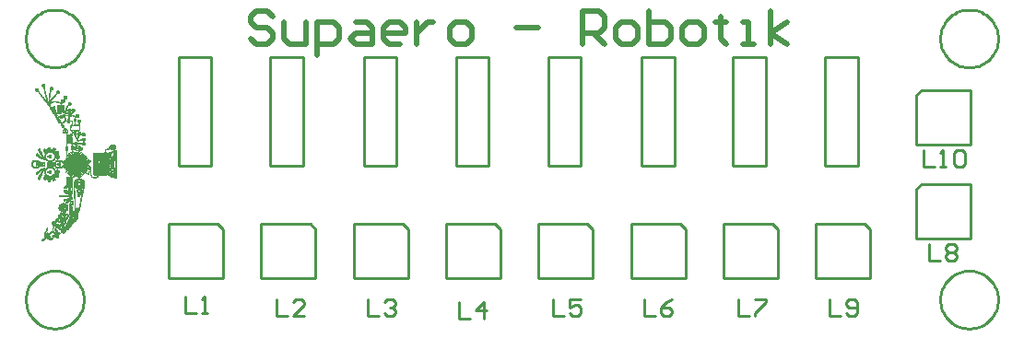
<source format=gto>
G04 Layer_Color=65535*
%FSLAX25Y25*%
%MOIN*%
G70*
G01*
G75*
%ADD13C,0.02000*%
%ADD21C,0.01000*%
%ADD22C,0.00100*%
D13*
X90675Y114328D02*
X88675Y116327D01*
X84676D01*
X82677Y114328D01*
Y112328D01*
X84676Y110329D01*
X88675D01*
X90675Y108329D01*
Y106330D01*
X88675Y104331D01*
X84676D01*
X82677Y106330D01*
X94673Y112328D02*
Y106330D01*
X96673Y104331D01*
X102671D01*
Y112328D01*
X106669Y100332D02*
Y112328D01*
X112668D01*
X114667Y110329D01*
Y106330D01*
X112668Y104331D01*
X106669D01*
X120665Y112328D02*
X124664D01*
X126663Y110329D01*
Y104331D01*
X120665D01*
X118666Y106330D01*
X120665Y108329D01*
X126663D01*
X136660Y104331D02*
X132661D01*
X130662Y106330D01*
Y110329D01*
X132661Y112328D01*
X136660D01*
X138659Y110329D01*
Y108329D01*
X130662D01*
X142658Y112328D02*
Y104331D01*
Y108329D01*
X144657Y110329D01*
X146657Y112328D01*
X148656D01*
X156653Y104331D02*
X160652D01*
X162651Y106330D01*
Y110329D01*
X160652Y112328D01*
X156653D01*
X154654Y110329D01*
Y106330D01*
X156653Y104331D01*
X178646Y110329D02*
X186644D01*
X202638Y104331D02*
Y116327D01*
X208636D01*
X210636Y114328D01*
Y110329D01*
X208636Y108329D01*
X202638D01*
X206637D02*
X210636Y104331D01*
X216634D02*
X220633D01*
X222632Y106330D01*
Y110329D01*
X220633Y112328D01*
X216634D01*
X214634Y110329D01*
Y106330D01*
X216634Y104331D01*
X226631Y116327D02*
Y104331D01*
X232629D01*
X234628Y106330D01*
Y108329D01*
Y110329D01*
X232629Y112328D01*
X226631D01*
X240626Y104331D02*
X244625D01*
X246624Y106330D01*
Y110329D01*
X244625Y112328D01*
X240626D01*
X238627Y110329D01*
Y106330D01*
X240626Y104331D01*
X252622Y114328D02*
Y112328D01*
X250623D01*
X254622D01*
X252622D01*
Y106330D01*
X254622Y104331D01*
X260620D02*
X264618D01*
X262619D01*
Y112328D01*
X260620D01*
X270616Y104331D02*
Y116327D01*
Y108329D02*
X276614Y112328D01*
X270616Y108329D02*
X276614Y104331D01*
D21*
X22284Y11811D02*
X22236Y12807D01*
X22094Y13793D01*
X21859Y14761D01*
X21533Y15703D01*
X21119Y16610D01*
X20621Y17473D01*
X20043Y18285D01*
X19390Y19038D01*
X18669Y19726D01*
X17886Y20342D01*
X17047Y20880D01*
X16161Y21337D01*
X15236Y21708D01*
X14280Y21988D01*
X13301Y22177D01*
X12309Y22272D01*
X11313D01*
X10321Y22177D01*
X9342Y21988D01*
X8386Y21708D01*
X7461Y21337D01*
X6575Y20880D01*
X5736Y20342D01*
X4953Y19726D01*
X4232Y19038D01*
X3579Y18285D01*
X3001Y17473D01*
X2503Y16610D01*
X2089Y15703D01*
X1763Y14761D01*
X1528Y13793D01*
X1386Y12807D01*
X1339Y11811D01*
X1386Y10816D01*
X1528Y9829D01*
X1763Y8861D01*
X2089Y7919D01*
X2503Y7012D01*
X3001Y6149D01*
X3579Y5337D01*
X4232Y4584D01*
X4953Y3897D01*
X5736Y3280D01*
X6575Y2742D01*
X7461Y2285D01*
X8386Y1915D01*
X9342Y1634D01*
X10321Y1445D01*
X11313Y1350D01*
X12309D01*
X13301Y1445D01*
X14280Y1634D01*
X15236Y1915D01*
X16161Y2285D01*
X17047Y2742D01*
X17886Y3280D01*
X18669Y3897D01*
X19390Y4584D01*
X20043Y5337D01*
X20621Y6149D01*
X21119Y7012D01*
X21533Y7919D01*
X21859Y8861D01*
X22094Y9829D01*
X22236Y10816D01*
X22284Y11811D01*
Y106299D02*
X22236Y107295D01*
X22094Y108281D01*
X21859Y109250D01*
X21533Y110191D01*
X21119Y111098D01*
X20621Y111961D01*
X20043Y112773D01*
X19390Y113526D01*
X18669Y114214D01*
X17886Y114830D01*
X17047Y115369D01*
X16161Y115825D01*
X15236Y116196D01*
X14280Y116476D01*
X13301Y116665D01*
X12309Y116760D01*
X11313D01*
X10321Y116665D01*
X9342Y116476D01*
X8386Y116196D01*
X7461Y115825D01*
X6575Y115369D01*
X5736Y114830D01*
X4953Y114214D01*
X4232Y113526D01*
X3579Y112773D01*
X3001Y111961D01*
X2503Y111098D01*
X2089Y110191D01*
X1763Y109250D01*
X1528Y108281D01*
X1386Y107295D01*
X1339Y106299D01*
X1386Y105304D01*
X1528Y104317D01*
X1763Y103349D01*
X2089Y102407D01*
X2503Y101500D01*
X3001Y100637D01*
X3579Y99826D01*
X4232Y99072D01*
X4953Y98385D01*
X5736Y97769D01*
X6575Y97230D01*
X7461Y96773D01*
X8386Y96403D01*
X9342Y96122D01*
X10321Y95933D01*
X11313Y95839D01*
X12309D01*
X13301Y95933D01*
X14280Y96122D01*
X15236Y96403D01*
X16161Y96773D01*
X17047Y97230D01*
X17886Y97769D01*
X18669Y98385D01*
X19390Y99072D01*
X20043Y99826D01*
X20621Y100637D01*
X21119Y101500D01*
X21533Y102407D01*
X21859Y103349D01*
X22094Y104317D01*
X22236Y105304D01*
X22284Y106299D01*
X352992D02*
X352945Y107295D01*
X352803Y108281D01*
X352568Y109250D01*
X352242Y110191D01*
X351828Y111098D01*
X351330Y111961D01*
X350752Y112773D01*
X350099Y113526D01*
X349378Y114214D01*
X348594Y114830D01*
X347756Y115369D01*
X346870Y115825D01*
X345945Y116196D01*
X344989Y116476D01*
X344010Y116665D01*
X343018Y116760D01*
X342021D01*
X341029Y116665D01*
X340051Y116476D01*
X339094Y116196D01*
X338169Y115825D01*
X337283Y115369D01*
X336445Y114830D01*
X335662Y114214D01*
X334940Y113526D01*
X334288Y112773D01*
X333710Y111961D01*
X333211Y111098D01*
X332797Y110191D01*
X332471Y109250D01*
X332237Y108281D01*
X332095Y107295D01*
X332047Y106299D01*
X332095Y105304D01*
X332237Y104317D01*
X332471Y103349D01*
X332797Y102407D01*
X333211Y101500D01*
X333710Y100637D01*
X334288Y99826D01*
X334940Y99072D01*
X335662Y98385D01*
X336445Y97769D01*
X337283Y97230D01*
X338169Y96773D01*
X339094Y96403D01*
X340051Y96122D01*
X341029Y95933D01*
X342021Y95839D01*
X343018D01*
X344010Y95933D01*
X344989Y96122D01*
X345945Y96403D01*
X346870Y96773D01*
X347756Y97230D01*
X348594Y97769D01*
X349378Y98385D01*
X350099Y99072D01*
X350752Y99826D01*
X351330Y100637D01*
X351828Y101500D01*
X352242Y102407D01*
X352568Y103349D01*
X352803Y104317D01*
X352945Y105304D01*
X352992Y106299D01*
Y11811D02*
X352945Y12807D01*
X352803Y13793D01*
X352568Y14761D01*
X352242Y15703D01*
X351828Y16610D01*
X351330Y17473D01*
X350752Y18285D01*
X350099Y19038D01*
X349378Y19726D01*
X348594Y20342D01*
X347756Y20880D01*
X346870Y21337D01*
X345945Y21708D01*
X344989Y21988D01*
X344010Y22177D01*
X343018Y22272D01*
X342021D01*
X341029Y22177D01*
X340051Y21988D01*
X339094Y21708D01*
X338169Y21337D01*
X337283Y20880D01*
X336445Y20342D01*
X335662Y19726D01*
X334940Y19038D01*
X334288Y18285D01*
X333710Y17473D01*
X333211Y16610D01*
X332797Y15703D01*
X332471Y14761D01*
X332237Y13793D01*
X332095Y12807D01*
X332047Y11811D01*
X332095Y10816D01*
X332237Y9829D01*
X332471Y8861D01*
X332797Y7919D01*
X333211Y7012D01*
X333710Y6149D01*
X334288Y5337D01*
X334940Y4584D01*
X335662Y3897D01*
X336445Y3280D01*
X337283Y2742D01*
X338169Y2285D01*
X339094Y1915D01*
X340051Y1634D01*
X341029Y1445D01*
X342021Y1350D01*
X343018D01*
X344010Y1445D01*
X344989Y1634D01*
X345945Y1915D01*
X346870Y2285D01*
X347756Y2742D01*
X348594Y3280D01*
X349378Y3897D01*
X350099Y4584D01*
X350752Y5337D01*
X351330Y6149D01*
X351828Y7012D01*
X352242Y7919D01*
X352568Y8861D01*
X352803Y9829D01*
X352945Y10816D01*
X352992Y11811D01*
X53071Y19528D02*
Y39213D01*
Y19528D02*
X72756D01*
Y37244D01*
X70787Y39213D02*
X72756Y37244D01*
X53071Y39213D02*
X70787D01*
X323287Y68071D02*
X342972D01*
Y87756D01*
X325256D02*
X342972D01*
X323287Y85787D02*
X325256Y87756D01*
X323287Y68071D02*
Y85787D01*
Y34071D02*
X342972D01*
Y53756D01*
X325256D02*
X342972D01*
X323287Y51787D02*
X325256Y53756D01*
X323287Y34071D02*
Y51787D01*
X287071Y19528D02*
Y39213D01*
Y19528D02*
X306756D01*
Y37244D01*
X304787Y39213D02*
X306756Y37244D01*
X287071Y39213D02*
X304787D01*
X253642Y19528D02*
Y39213D01*
Y19528D02*
X273327D01*
Y37244D01*
X271359Y39213D02*
X273327Y37244D01*
X253642Y39213D02*
X271359D01*
X220214Y19528D02*
Y39213D01*
Y19528D02*
X239899D01*
Y37244D01*
X237930Y39213D02*
X239899Y37244D01*
X220214Y39213D02*
X237930D01*
X186785Y19528D02*
Y39213D01*
Y19528D02*
X206470D01*
Y37244D01*
X204502Y39213D02*
X206470Y37244D01*
X186785Y39213D02*
X204502D01*
X153357Y19528D02*
Y39213D01*
Y19528D02*
X173042D01*
Y37244D01*
X171073Y39213D02*
X173042Y37244D01*
X153357Y39213D02*
X171073D01*
X119928Y19528D02*
Y39213D01*
Y19528D02*
X139613D01*
Y37244D01*
X137645Y39213D02*
X139613Y37244D01*
X119928Y39213D02*
X137645D01*
X86499Y19528D02*
Y39213D01*
Y19528D02*
X106184D01*
Y37244D01*
X104216Y39213D02*
X106184Y37244D01*
X86499Y39213D02*
X104216D01*
X290473Y60368D02*
X302284D01*
Y99738D01*
X290473D02*
X302284D01*
X290473Y60368D02*
Y99738D01*
X257173Y60368D02*
X268984D01*
Y99738D01*
X257173D02*
X268984D01*
X257173Y60368D02*
Y99738D01*
X224073Y60368D02*
X235884D01*
Y99738D01*
X224073D02*
X235884D01*
X224073Y60368D02*
Y99738D01*
X190373Y60368D02*
X202184D01*
Y99738D01*
X190373D02*
X202184D01*
X190373Y60368D02*
Y99738D01*
X156973Y60368D02*
X168784D01*
Y99738D01*
X156973D02*
X168784D01*
X156973Y60368D02*
Y99738D01*
X123573Y60368D02*
X135384D01*
Y99738D01*
X123573D02*
X135384D01*
X123573Y60368D02*
Y99738D01*
X89773Y60368D02*
X101584D01*
Y99738D01*
X89773D02*
X101584D01*
X89773Y60368D02*
Y99738D01*
X56573Y60368D02*
X68384D01*
Y99738D01*
X56573D02*
X68384D01*
X56573Y60368D02*
Y99738D01*
X92000Y11998D02*
Y6000D01*
X95999D01*
X101997D02*
X97998D01*
X101997Y9999D01*
Y10998D01*
X100997Y11998D01*
X98998D01*
X97998Y10998D01*
X125000Y11998D02*
Y6000D01*
X128999D01*
X130998Y10998D02*
X131998Y11998D01*
X133997D01*
X134997Y10998D01*
Y9999D01*
X133997Y8999D01*
X132997D01*
X133997D01*
X134997Y7999D01*
Y7000D01*
X133997Y6000D01*
X131998D01*
X130998Y7000D01*
X158000Y10998D02*
Y5000D01*
X161999D01*
X166997D02*
Y10998D01*
X163998Y7999D01*
X167997D01*
X192000Y11998D02*
Y6000D01*
X195999D01*
X201997Y11998D02*
X197998D01*
Y8999D01*
X199997Y9999D01*
X200997D01*
X201997Y8999D01*
Y7000D01*
X200997Y6000D01*
X198998D01*
X197998Y7000D01*
X225000Y11998D02*
Y6000D01*
X228999D01*
X234997Y11998D02*
X232997Y10998D01*
X230998Y8999D01*
Y7000D01*
X231998Y6000D01*
X233997D01*
X234997Y7000D01*
Y7999D01*
X233997Y8999D01*
X230998D01*
X259000Y11998D02*
Y6000D01*
X262999D01*
X264998Y11998D02*
X268997D01*
Y10998D01*
X264998Y7000D01*
Y6000D01*
X328000Y31998D02*
Y26000D01*
X331999D01*
X333998Y30998D02*
X334998Y31998D01*
X336997D01*
X337997Y30998D01*
Y29999D01*
X336997Y28999D01*
X337997Y27999D01*
Y27000D01*
X336997Y26000D01*
X334998D01*
X333998Y27000D01*
Y27999D01*
X334998Y28999D01*
X333998Y29999D01*
Y30998D01*
X334998Y28999D02*
X336997D01*
X292000Y11998D02*
Y6000D01*
X295999D01*
X297998Y7000D02*
X298998Y6000D01*
X300997D01*
X301997Y7000D01*
Y10998D01*
X300997Y11998D01*
X298998D01*
X297998Y10998D01*
Y9999D01*
X298998Y8999D01*
X301997D01*
X326000Y65998D02*
Y60000D01*
X329999D01*
X331998D02*
X333997D01*
X332998D01*
Y65998D01*
X331998Y64998D01*
X336996D02*
X337996Y65998D01*
X339996D01*
X340995Y64998D01*
Y61000D01*
X339996Y60000D01*
X337996D01*
X336996Y61000D01*
Y64998D01*
X59000Y12998D02*
Y7000D01*
X62999D01*
X64998D02*
X66997D01*
X65998D01*
Y12998D01*
X64998Y11998D01*
D22*
X34079Y56010D02*
Y66010D01*
X33979Y55910D02*
Y66010D01*
X33879Y55910D02*
Y66010D01*
X33779Y62310D02*
Y66010D01*
Y60810D02*
Y61110D01*
Y55910D02*
Y59610D01*
X33679Y62310D02*
Y66010D01*
Y60810D02*
Y61110D01*
Y55910D02*
Y59610D01*
X33579Y66610D02*
Y67710D01*
Y55910D02*
Y66010D01*
X33479Y66610D02*
Y67810D01*
Y62310D02*
Y66010D01*
Y55910D02*
Y59610D01*
X33379Y66510D02*
Y67910D01*
Y62310D02*
Y66010D01*
Y56010D02*
Y59610D01*
X33279Y66410D02*
Y68010D01*
Y62310D02*
Y65910D01*
Y56110D02*
Y59610D01*
X33179Y66310D02*
Y68010D01*
Y62210D02*
Y65910D01*
Y56110D02*
Y59710D01*
X33079Y66310D02*
Y68010D01*
Y56110D02*
Y65810D01*
X32979Y66310D02*
Y68010D01*
Y56110D02*
Y65810D01*
X32879Y67310D02*
Y68010D01*
Y66310D02*
Y67210D01*
Y65210D02*
Y65710D01*
Y63510D02*
Y63710D01*
Y62610D02*
Y62910D01*
Y59110D02*
Y59410D01*
Y58210D02*
Y58510D01*
Y57410D02*
Y57610D01*
Y56210D02*
Y56810D01*
X32779Y67310D02*
Y68010D01*
Y66310D02*
Y67210D01*
Y65210D02*
Y65710D01*
Y63410D02*
Y63710D01*
Y62610D02*
Y62910D01*
Y59110D02*
Y59410D01*
Y58210D02*
Y58510D01*
Y57410D02*
Y57610D01*
Y56210D02*
Y56810D01*
X32679Y67310D02*
Y68010D01*
Y66310D02*
Y67210D01*
Y65110D02*
Y65710D01*
Y63410D02*
Y63710D01*
Y62610D02*
Y62810D01*
Y59110D02*
Y59410D01*
Y58210D02*
Y58510D01*
Y57410D02*
Y57710D01*
Y56310D02*
Y56810D01*
X32579Y67310D02*
Y68010D01*
Y66310D02*
Y67210D01*
Y65110D02*
Y65610D01*
Y63310D02*
Y63910D01*
Y59910D02*
Y62910D01*
Y59110D02*
Y59510D01*
Y58210D02*
Y58610D01*
Y57410D02*
Y57710D01*
Y56310D02*
Y56910D01*
X32479Y67310D02*
Y68010D01*
Y66310D02*
Y67010D01*
Y65010D02*
Y65610D01*
Y63410D02*
Y63610D01*
Y62610D02*
Y62810D01*
Y61710D02*
Y61910D01*
Y60810D02*
Y61110D01*
Y60010D02*
Y60210D01*
Y59110D02*
Y59410D01*
Y58310D02*
Y58610D01*
Y57410D02*
Y57710D01*
Y56410D02*
Y56910D01*
X32379Y67410D02*
Y68010D01*
Y66310D02*
Y67010D01*
Y65010D02*
Y65610D01*
Y63310D02*
Y63610D01*
Y62510D02*
Y62810D01*
Y61710D02*
Y61910D01*
Y60810D02*
Y61110D01*
Y60010D02*
Y60210D01*
Y59110D02*
Y59510D01*
Y58310D02*
Y58610D01*
Y57410D02*
Y57810D01*
Y56410D02*
Y56910D01*
X32279Y67510D02*
Y68010D01*
Y66310D02*
Y67010D01*
Y65010D02*
Y65510D01*
Y63210D02*
Y63610D01*
Y62410D02*
Y62810D01*
Y60010D02*
Y61910D01*
Y59110D02*
Y59510D01*
Y58310D02*
Y58610D01*
Y57410D02*
Y57810D01*
Y56410D02*
Y57010D01*
X32179Y67510D02*
Y68010D01*
Y67110D02*
Y67310D01*
Y66310D02*
Y67010D01*
Y64910D02*
Y65410D01*
Y64210D02*
Y64410D01*
Y63210D02*
Y63610D01*
Y60810D02*
Y62810D01*
Y60010D02*
Y60310D01*
Y59110D02*
Y59510D01*
Y58310D02*
Y58610D01*
Y57510D02*
Y57810D01*
Y56410D02*
Y57110D01*
X32079Y67510D02*
Y68010D01*
Y67110D02*
Y67310D01*
Y66410D02*
Y67010D01*
Y64910D02*
Y65410D01*
Y64110D02*
Y64310D01*
Y63210D02*
Y63610D01*
Y62510D02*
Y62710D01*
Y61610D02*
Y61910D01*
Y60810D02*
Y61110D01*
Y60010D02*
Y60310D01*
Y59210D02*
Y59510D01*
Y58410D02*
Y58610D01*
Y57610D02*
Y57810D01*
Y56510D02*
Y57110D01*
X31979Y67510D02*
Y68010D01*
Y67110D02*
Y67310D01*
Y66410D02*
Y67010D01*
Y64910D02*
Y65410D01*
Y64110D02*
Y64310D01*
Y63210D02*
Y63610D01*
Y62510D02*
Y62710D01*
Y61610D02*
Y61910D01*
Y60810D02*
Y61110D01*
Y60010D02*
Y60310D01*
Y59210D02*
Y59510D01*
Y58410D02*
Y58610D01*
Y57610D02*
Y57810D01*
Y56510D02*
Y57110D01*
X31879Y67510D02*
Y67810D01*
Y67210D02*
Y67310D01*
Y66610D02*
Y67010D01*
Y56610D02*
Y65310D01*
X31779Y67510D02*
Y67710D01*
Y66710D02*
Y67010D01*
Y64810D02*
Y65310D01*
Y64010D02*
Y64310D01*
Y63210D02*
Y63610D01*
Y62410D02*
Y62710D01*
Y61610D02*
Y61910D01*
Y60810D02*
Y61110D01*
Y60110D02*
Y60310D01*
Y59210D02*
Y59510D01*
Y58510D02*
Y58810D01*
Y57610D02*
Y58010D01*
Y56710D02*
Y57110D01*
X31679Y67210D02*
Y67310D01*
Y64810D02*
Y65310D01*
Y64010D02*
Y64310D01*
Y63210D02*
Y63510D01*
Y62410D02*
Y62610D01*
Y61610D02*
Y61910D01*
Y60810D02*
Y61110D01*
Y60110D02*
Y60310D01*
Y59210D02*
Y59510D01*
Y58510D02*
Y58810D01*
Y57710D02*
Y58010D01*
Y56710D02*
Y57110D01*
X31579Y67210D02*
Y67310D01*
Y64710D02*
Y65210D01*
Y63910D02*
Y64210D01*
Y63210D02*
Y63410D01*
Y62410D02*
Y62610D01*
Y61610D02*
Y61910D01*
Y60810D02*
Y61110D01*
Y60110D02*
Y60310D01*
Y59210D02*
Y59510D01*
Y58510D02*
Y58810D01*
Y57710D02*
Y58010D01*
Y56710D02*
Y57110D01*
X31479Y66510D02*
Y67210D01*
Y56810D02*
Y65210D01*
X31379Y66310D02*
Y66910D01*
Y64610D02*
Y65110D01*
Y63910D02*
Y64210D01*
Y63210D02*
Y63410D01*
Y62310D02*
Y62610D01*
Y61610D02*
Y61910D01*
Y60810D02*
Y61110D01*
Y60110D02*
Y60310D01*
Y59310D02*
Y59510D01*
Y58510D02*
Y58810D01*
Y57710D02*
Y58110D01*
Y56810D02*
Y57410D01*
X31279Y66310D02*
Y66510D01*
Y64610D02*
Y65110D01*
Y63810D02*
Y64210D01*
Y63110D02*
Y63410D01*
Y62110D02*
Y62610D01*
Y61510D02*
Y61910D01*
Y60810D02*
Y61110D01*
Y60110D02*
Y60510D01*
Y59210D02*
Y59610D01*
Y58510D02*
Y58810D01*
Y57710D02*
Y58110D01*
Y56810D02*
Y57410D01*
X31179Y66310D02*
Y66510D01*
Y57010D02*
Y64910D01*
X31079Y66310D02*
Y66510D01*
Y57110D02*
Y64910D01*
X30979Y66310D02*
Y66510D01*
Y57310D02*
Y64610D01*
X30879Y66310D02*
Y66510D01*
X30779Y66310D02*
Y66510D01*
Y57210D02*
Y64710D01*
X30679Y66310D02*
Y66510D01*
Y57110D02*
Y64810D01*
X30579Y66310D02*
Y66410D01*
Y57110D02*
Y64910D01*
X30479Y66310D02*
Y66410D01*
Y65210D02*
Y65310D01*
Y64610D02*
Y64910D01*
Y57010D02*
Y57310D01*
X30379Y66310D02*
Y66410D01*
Y65110D02*
Y65410D01*
Y64610D02*
Y64910D01*
Y57010D02*
Y57310D01*
X30279Y66210D02*
Y66310D01*
Y65110D02*
Y65410D01*
Y64610D02*
Y64910D01*
Y57510D02*
Y64410D01*
Y57010D02*
Y57310D01*
X30179Y66110D02*
Y66310D01*
Y65310D02*
Y65410D01*
Y65010D02*
Y65210D01*
Y64610D02*
Y64910D01*
Y57510D02*
Y64410D01*
Y57010D02*
Y57310D01*
X30079Y65710D02*
Y66210D01*
Y65110D02*
Y65610D01*
Y64610D02*
Y64910D01*
Y57510D02*
Y64510D01*
Y57010D02*
Y57310D01*
X29979Y65410D02*
Y66010D01*
Y65110D02*
Y65310D01*
Y64610D02*
Y64910D01*
Y57510D02*
Y64510D01*
Y57010D02*
Y57310D01*
X29879Y65110D02*
Y65310D01*
Y64610D02*
Y64910D01*
Y57510D02*
Y64510D01*
Y57010D02*
Y57310D01*
X29779Y65010D02*
Y65210D01*
Y64610D02*
Y64910D01*
Y57510D02*
Y64510D01*
Y57010D02*
Y57310D01*
X29679Y64610D02*
Y65210D01*
Y57510D02*
Y64510D01*
Y57010D02*
Y57310D01*
X29579Y64610D02*
Y65110D01*
Y57510D02*
Y64510D01*
Y57010D02*
Y57310D01*
X29479Y64610D02*
Y64910D01*
Y57510D02*
Y64510D01*
Y57010D02*
Y57310D01*
X29379Y64610D02*
Y64910D01*
Y60110D02*
Y64510D01*
Y57510D02*
Y59910D01*
Y57010D02*
Y57310D01*
X29279Y64610D02*
Y64910D01*
Y61310D02*
Y64510D01*
Y60210D02*
Y61110D01*
Y57510D02*
Y59810D01*
Y57010D02*
Y57310D01*
X29179Y64610D02*
Y64910D01*
Y61410D02*
Y64510D01*
Y60410D02*
Y60910D01*
Y57510D02*
Y59810D01*
Y57010D02*
Y57310D01*
X29079Y64610D02*
Y64910D01*
Y61510D02*
Y64510D01*
Y60510D02*
Y60810D01*
Y57510D02*
Y59810D01*
Y57010D02*
Y57310D01*
X28979Y64610D02*
Y64910D01*
Y61510D02*
Y64510D01*
Y60910D02*
Y61310D01*
Y60210D02*
Y60410D01*
Y57510D02*
Y59810D01*
Y57010D02*
Y57310D01*
X28879Y64610D02*
Y64910D01*
Y61610D02*
Y64510D01*
Y60810D02*
Y61410D01*
Y60310D02*
Y60510D01*
Y60010D02*
Y60110D01*
Y57510D02*
Y59810D01*
Y57010D02*
Y57310D01*
X28779Y64610D02*
Y64910D01*
Y61710D02*
Y64510D01*
Y60810D02*
Y61410D01*
Y60310D02*
Y60410D01*
Y60010D02*
Y60110D01*
Y57510D02*
Y59810D01*
Y57010D02*
Y57310D01*
X28679Y64610D02*
Y64910D01*
Y61810D02*
Y64510D01*
Y60510D02*
Y61510D01*
Y60010D02*
Y60210D01*
Y57510D02*
Y59810D01*
Y57010D02*
Y57310D01*
X28579Y64610D02*
Y64910D01*
Y61910D02*
Y64510D01*
Y60710D02*
Y61610D01*
Y59910D02*
Y60210D01*
Y57510D02*
Y59810D01*
Y57010D02*
Y57310D01*
X28479Y64610D02*
Y64910D01*
Y61910D02*
Y64510D01*
Y60810D02*
Y61710D01*
Y59910D02*
Y60410D01*
Y57510D02*
Y59810D01*
Y57010D02*
Y57310D01*
X28379Y64610D02*
Y64910D01*
Y62010D02*
Y64510D01*
Y60910D02*
Y61710D01*
Y60010D02*
Y60510D01*
Y57510D02*
Y59710D01*
Y57010D02*
Y57310D01*
X28279Y64610D02*
Y64910D01*
Y62110D02*
Y64510D01*
Y61210D02*
Y61910D01*
Y60510D02*
Y60810D01*
Y57510D02*
Y59510D01*
Y57010D02*
Y57310D01*
X28179Y64610D02*
Y64910D01*
Y62210D02*
Y64510D01*
Y61410D02*
Y61910D01*
Y60710D02*
Y60910D01*
Y59810D02*
Y60010D01*
Y57510D02*
Y59310D01*
Y57010D02*
Y57310D01*
X28079Y64610D02*
Y64910D01*
Y62210D02*
Y64510D01*
Y61510D02*
Y61910D01*
Y60810D02*
Y61110D01*
Y59610D02*
Y60210D01*
Y57510D02*
Y59210D01*
Y57010D02*
Y57310D01*
X27979Y64610D02*
Y64910D01*
Y62310D02*
Y64510D01*
Y61910D02*
Y62110D01*
Y60010D02*
Y60810D01*
Y57510D02*
Y59110D01*
Y57010D02*
Y57310D01*
X27879Y64610D02*
Y64910D01*
Y62410D02*
Y64510D01*
Y61910D02*
Y62210D01*
Y60510D02*
Y61010D01*
Y57510D02*
Y59110D01*
Y57010D02*
Y57310D01*
X27779Y64610D02*
Y64910D01*
Y62510D02*
Y64510D01*
Y62110D02*
Y62210D01*
Y60910D02*
Y61210D01*
Y57510D02*
Y59610D01*
Y57010D02*
Y57310D01*
X27679Y64610D02*
Y64910D01*
Y62510D02*
Y64510D01*
Y57510D02*
Y60110D01*
Y57010D02*
Y57310D01*
X27579Y64610D02*
Y64910D01*
Y62610D02*
Y64510D01*
Y57510D02*
Y60910D01*
Y56910D02*
Y57310D01*
X27479Y64610D02*
Y64910D01*
Y62610D02*
Y64510D01*
Y57510D02*
Y61410D01*
Y56810D02*
Y57310D01*
X27379Y64610D02*
Y64910D01*
Y62710D02*
Y64510D01*
Y57510D02*
Y61910D01*
Y56710D02*
Y57310D01*
X27279Y64610D02*
Y64910D01*
Y57510D02*
Y64510D01*
Y57010D02*
Y57310D01*
Y56410D02*
Y56710D01*
X27179Y64610D02*
Y64910D01*
Y57510D02*
Y64510D01*
Y57010D02*
Y57310D01*
Y56410D02*
Y56610D01*
X27079Y64610D02*
Y64910D01*
Y57510D02*
Y64510D01*
Y57010D02*
Y57310D01*
Y56310D02*
Y56510D01*
X26979Y64610D02*
Y64910D01*
Y57510D02*
Y64510D01*
Y57010D02*
Y57310D01*
Y56210D02*
Y56410D01*
X26879Y64610D02*
Y64910D01*
Y57510D02*
Y64510D01*
Y57010D02*
Y57310D01*
Y56110D02*
Y56310D01*
X26779Y64610D02*
Y64910D01*
Y57510D02*
Y64510D01*
Y57010D02*
Y57310D01*
Y56110D02*
Y56210D01*
X26679Y64610D02*
Y64910D01*
Y57510D02*
Y64510D01*
Y57010D02*
Y57310D01*
Y56010D02*
Y56110D01*
X26579Y64610D02*
Y64910D01*
Y57510D02*
Y64510D01*
Y57010D02*
Y57310D01*
Y55910D02*
Y56110D01*
X26479Y64610D02*
Y64910D01*
Y57510D02*
Y64410D01*
Y57010D02*
Y57310D01*
Y55810D02*
Y56110D01*
X26379Y64610D02*
Y64910D01*
Y57510D02*
Y64410D01*
Y57010D02*
Y57310D01*
Y55810D02*
Y56010D01*
X26279Y64610D02*
Y64910D01*
Y57010D02*
Y57310D01*
Y55810D02*
Y56010D01*
X26179Y64610D02*
Y64910D01*
Y57010D02*
Y57410D01*
Y55810D02*
Y56010D01*
X26079Y57010D02*
Y64910D01*
Y55810D02*
Y56010D01*
X25979Y61110D02*
Y64910D01*
Y57110D02*
Y60910D01*
Y55810D02*
Y56010D01*
X25879Y61210D02*
Y64910D01*
Y57110D02*
Y61110D01*
Y55910D02*
Y56110D01*
X25779Y61110D02*
Y64810D01*
Y60910D02*
Y61010D01*
Y57110D02*
Y60810D01*
Y55910D02*
Y56110D01*
X25679Y57210D02*
Y64710D01*
Y56010D02*
Y56110D01*
X25579Y57410D02*
Y64610D01*
Y56010D02*
Y56110D01*
X25479D02*
Y56210D01*
X25379Y56110D02*
Y56210D01*
X25279Y56110D02*
Y56310D01*
X25179Y56210D02*
Y56410D01*
X25079Y56310D02*
Y56610D01*
X24979Y56410D02*
Y56810D01*
X24879Y56510D02*
Y56910D01*
X24779Y58110D02*
Y59210D01*
Y57410D02*
Y57610D01*
Y56810D02*
Y57210D01*
X24679Y62010D02*
Y62110D01*
Y59710D02*
Y59810D01*
Y58910D02*
Y59510D01*
Y57110D02*
Y58810D01*
X24579Y61910D02*
Y62210D01*
Y59310D02*
Y59810D01*
Y57810D02*
Y58810D01*
X24479Y61810D02*
Y62210D01*
Y59510D02*
Y59910D01*
Y58810D02*
Y59010D01*
Y58210D02*
Y58310D01*
X24379Y61710D02*
Y62210D01*
Y59510D02*
Y60010D01*
Y58810D02*
Y59010D01*
Y58210D02*
Y58410D01*
X24279Y61710D02*
Y62110D01*
Y59610D02*
Y60110D01*
Y58910D02*
Y59110D01*
Y58210D02*
Y58410D01*
X24179Y61610D02*
Y62010D01*
Y59710D02*
Y60210D01*
Y58910D02*
Y59110D01*
Y58210D02*
Y58410D01*
Y57610D02*
Y57710D01*
X24079Y62510D02*
Y62610D01*
Y61410D02*
Y61710D01*
Y60110D02*
Y60310D01*
Y59810D02*
Y60010D01*
Y59110D02*
Y59310D01*
Y57710D02*
Y58310D01*
Y57410D02*
Y57610D01*
X23979Y62410D02*
Y62710D01*
Y61410D02*
Y61810D01*
Y60010D02*
Y60410D01*
Y59110D02*
Y59310D01*
Y57410D02*
Y57510D01*
X23879Y62310D02*
Y62710D01*
Y61310D02*
Y61710D01*
Y60110D02*
Y60510D01*
Y59010D02*
Y59410D01*
Y57410D02*
Y57610D01*
X23779Y62210D02*
Y62610D01*
Y60210D02*
Y61510D01*
Y59110D02*
Y59510D01*
Y57410D02*
Y57610D01*
X23679Y62210D02*
Y62610D01*
Y60210D02*
Y61510D01*
Y59210D02*
Y59610D01*
Y57410D02*
Y57710D01*
X23579Y62210D02*
Y62510D01*
Y62010D02*
Y62110D01*
Y60310D02*
Y61510D01*
Y59310D02*
Y59510D01*
Y57410D02*
Y57710D01*
X23479Y63010D02*
Y63210D01*
Y62310D02*
Y62410D01*
Y62010D02*
Y62210D01*
Y60210D02*
Y61510D01*
Y59610D02*
Y59810D01*
Y59310D02*
Y59510D01*
Y58610D02*
Y58710D01*
Y57510D02*
Y57710D01*
X23379Y62910D02*
Y63210D01*
Y61810D02*
Y62210D01*
Y60110D02*
Y61710D01*
Y59510D02*
Y59910D01*
Y58510D02*
Y58910D01*
Y57510D02*
Y57710D01*
X23279Y62810D02*
Y63210D01*
Y59510D02*
Y62210D01*
Y58510D02*
Y58910D01*
Y57510D02*
Y57710D01*
X23179Y62710D02*
Y63110D01*
Y59610D02*
Y62110D01*
Y58610D02*
Y59010D01*
Y57610D02*
Y57810D01*
X23079Y62810D02*
Y62910D01*
Y59810D02*
Y62010D01*
Y58710D02*
Y59110D01*
Y57710D02*
Y58010D01*
X22979Y63610D02*
Y63710D01*
Y62610D02*
Y62710D01*
Y59710D02*
Y62110D01*
Y59110D02*
Y59210D01*
Y58810D02*
Y59010D01*
Y57810D02*
Y58210D01*
X22879Y63510D02*
Y63810D01*
Y62510D02*
Y62810D01*
Y59610D02*
Y62210D01*
Y59010D02*
Y59310D01*
Y58810D02*
Y58910D01*
Y57910D02*
Y58210D01*
X22779Y63410D02*
Y63910D01*
Y62410D02*
Y62910D01*
Y59510D02*
Y62210D01*
Y58910D02*
Y59410D01*
Y58010D02*
Y58310D01*
X22679Y71410D02*
Y71910D01*
Y69610D02*
Y70210D01*
Y68110D02*
Y68610D01*
Y63210D02*
Y63610D01*
Y59110D02*
Y62610D01*
Y58110D02*
Y58510D01*
X22579Y71310D02*
Y72010D01*
Y69510D02*
Y70310D01*
Y68010D02*
Y68710D01*
Y63210D02*
Y63610D01*
Y59210D02*
Y62610D01*
Y58110D02*
Y58510D01*
X22479Y71310D02*
Y72110D01*
Y69410D02*
Y70410D01*
Y68010D02*
Y68710D01*
Y63110D02*
Y63610D01*
Y59210D02*
Y62610D01*
Y58210D02*
Y58510D01*
Y53510D02*
Y54410D01*
X22379Y71710D02*
Y72110D01*
Y71210D02*
Y71610D01*
Y70010D02*
Y70410D01*
Y69410D02*
Y69710D01*
Y68510D02*
Y68810D01*
Y67910D02*
Y68310D01*
Y64010D02*
Y64310D01*
Y62910D02*
Y63310D01*
Y59110D02*
Y62710D01*
Y58310D02*
Y58810D01*
Y57610D02*
Y57710D01*
Y52710D02*
Y54710D01*
X22279Y71810D02*
Y72110D01*
Y71210D02*
Y71510D01*
Y70010D02*
Y70410D01*
Y69410D02*
Y69710D01*
Y68510D02*
Y68810D01*
Y67910D02*
Y68210D01*
Y63910D02*
Y64310D01*
Y62910D02*
Y63310D01*
Y59110D02*
Y62710D01*
Y58510D02*
Y58810D01*
Y57510D02*
Y57810D01*
Y52410D02*
Y54910D01*
X22179Y71810D02*
Y72110D01*
Y71210D02*
Y71410D01*
Y70010D02*
Y70410D01*
Y69410D02*
Y69710D01*
Y68510D02*
Y68810D01*
Y67910D02*
Y68210D01*
Y63910D02*
Y64310D01*
Y59010D02*
Y63210D01*
Y58510D02*
Y58910D01*
Y57410D02*
Y57810D01*
Y53510D02*
Y55010D01*
Y52110D02*
Y53410D01*
X22079Y71810D02*
Y72110D01*
Y71210D02*
Y71410D01*
Y70010D02*
Y70410D01*
Y69410D02*
Y69710D01*
Y68510D02*
Y68810D01*
Y67910D02*
Y68210D01*
Y63810D02*
Y64210D01*
Y58610D02*
Y63210D01*
Y57510D02*
Y58010D01*
Y53010D02*
Y55110D01*
Y51610D02*
Y52910D01*
X21979Y71710D02*
Y72110D01*
Y71210D02*
Y71610D01*
Y69410D02*
Y70410D01*
Y68410D02*
Y68810D01*
Y67910D02*
Y68310D01*
Y63810D02*
Y64010D01*
Y63610D02*
Y63710D01*
Y58810D02*
Y63110D01*
Y57710D02*
Y58110D01*
Y53010D02*
Y55210D01*
Y52510D02*
Y52810D01*
Y50910D02*
Y52210D01*
X21879Y71210D02*
Y72110D01*
Y69510D02*
Y70310D01*
Y68010D02*
Y68810D01*
Y64610D02*
Y64710D01*
Y63610D02*
Y63810D01*
Y58710D02*
Y63210D01*
Y58110D02*
Y58210D01*
Y57810D02*
Y58010D01*
Y54110D02*
Y55310D01*
Y53710D02*
Y54010D01*
Y52410D02*
Y53510D01*
Y50510D02*
Y51810D01*
X21779Y71310D02*
Y72110D01*
Y69610D02*
Y70210D01*
Y68010D02*
Y68710D01*
Y66510D02*
Y66610D01*
Y64610D02*
Y64810D01*
Y63610D02*
Y63910D01*
Y58610D02*
Y63210D01*
Y58010D02*
Y58310D01*
Y57810D02*
Y57910D01*
Y57110D02*
Y57210D01*
Y54310D02*
Y55410D01*
Y53710D02*
Y54010D01*
Y52410D02*
Y53310D01*
Y50210D02*
Y51510D01*
X21679Y71410D02*
Y71910D01*
Y69710D02*
Y70010D01*
Y68210D02*
Y68610D01*
Y66210D02*
Y66910D01*
Y64410D02*
Y64810D01*
Y58510D02*
Y63810D01*
Y58010D02*
Y58410D01*
Y57010D02*
Y57310D01*
Y54610D02*
Y55410D01*
Y53710D02*
Y54010D01*
Y52510D02*
Y53010D01*
Y49410D02*
Y50810D01*
X21579Y71610D02*
Y71810D01*
Y69710D02*
Y69910D01*
Y68210D02*
Y68510D01*
Y66110D02*
Y66910D01*
Y64310D02*
Y64810D01*
Y58010D02*
Y63710D01*
Y57010D02*
Y57410D01*
Y54710D02*
Y55410D01*
Y53710D02*
Y54010D01*
Y52510D02*
Y53010D01*
Y49110D02*
Y50410D01*
X21479Y71610D02*
Y71810D01*
Y69710D02*
Y69910D01*
Y68210D02*
Y68510D01*
Y66610D02*
Y67010D01*
Y66010D02*
Y66410D01*
Y64310D02*
Y64710D01*
Y58110D02*
Y63610D01*
Y57110D02*
Y57410D01*
Y54710D02*
Y55510D01*
Y53610D02*
Y54010D01*
Y52510D02*
Y52910D01*
Y48710D02*
Y50010D01*
X21379Y71610D02*
Y71810D01*
Y69710D02*
Y69910D01*
Y68210D02*
Y68510D01*
Y66610D02*
Y67010D01*
Y66010D02*
Y66310D01*
Y64310D02*
Y64610D01*
Y58210D02*
Y63610D01*
Y57110D02*
Y57510D01*
Y54710D02*
Y55510D01*
Y53410D02*
Y54210D01*
Y52110D02*
Y52810D01*
Y51310D02*
Y51510D01*
Y50910D02*
Y51010D01*
Y50010D02*
Y50310D01*
Y48310D02*
Y49610D01*
X21279Y71610D02*
Y71810D01*
Y69710D02*
Y69910D01*
Y68210D02*
Y68510D01*
Y66610D02*
Y67010D01*
Y66010D02*
Y66210D01*
Y65110D02*
Y65310D01*
Y64010D02*
Y64310D01*
Y58110D02*
Y63710D01*
Y57510D02*
Y57710D01*
Y57310D02*
Y57410D01*
Y56510D02*
Y56710D01*
Y54610D02*
Y55610D01*
Y53210D02*
Y54410D01*
Y52010D02*
Y53010D01*
Y50710D02*
Y51710D01*
Y50310D02*
Y50410D01*
Y47510D02*
Y48910D01*
X21179Y71710D02*
Y72010D01*
Y69710D02*
Y69810D01*
Y68210D02*
Y68510D01*
Y66610D02*
Y67010D01*
Y65910D02*
Y66210D01*
Y65010D02*
Y65410D01*
Y63910D02*
Y64410D01*
Y58110D02*
Y63810D01*
Y57410D02*
Y57810D01*
Y56410D02*
Y56810D01*
Y52010D02*
Y55610D01*
Y50710D02*
Y51610D01*
Y50310D02*
Y50410D01*
Y47110D02*
Y48510D01*
X21079Y71710D02*
Y72310D01*
Y69710D02*
Y69810D01*
Y68210D02*
Y68510D01*
Y66610D02*
Y67010D01*
Y65910D02*
Y66110D01*
Y64910D02*
Y65410D01*
Y58010D02*
Y64310D01*
Y57410D02*
Y57810D01*
Y56410D02*
Y56810D01*
Y52110D02*
Y55710D01*
Y50710D02*
Y51710D01*
Y50310D02*
Y50510D01*
Y50010D02*
Y50110D01*
Y46810D02*
Y48110D01*
X20979Y76210D02*
Y76910D01*
Y72110D02*
Y72410D01*
Y69610D02*
Y69810D01*
Y68210D02*
Y68510D01*
Y66310D02*
Y67310D01*
Y65810D02*
Y66010D01*
Y64810D02*
Y65210D01*
Y57610D02*
Y64210D01*
Y56510D02*
Y56910D01*
Y55010D02*
Y55710D01*
Y54010D02*
Y54710D01*
Y52910D02*
Y53510D01*
Y52310D02*
Y52610D01*
Y51310D02*
Y52010D01*
Y50510D02*
Y51110D01*
Y50010D02*
Y50310D01*
Y46110D02*
Y47410D01*
X20879Y76110D02*
Y76910D01*
Y72310D02*
Y72510D01*
Y71910D02*
Y72010D01*
Y69610D02*
Y69710D01*
Y68210D02*
Y68510D01*
Y66210D02*
Y67310D01*
Y65810D02*
Y66010D01*
Y64810D02*
Y65110D01*
Y57710D02*
Y64110D01*
Y56610D02*
Y57010D01*
Y55110D02*
Y55710D01*
Y54110D02*
Y54710D01*
Y53010D02*
Y53410D01*
Y52310D02*
Y52610D01*
Y51510D02*
Y52010D01*
Y50410D02*
Y51010D01*
Y49910D02*
Y50010D01*
Y45710D02*
Y47110D01*
X20779Y76110D02*
Y76910D01*
Y73110D02*
Y75010D01*
Y72410D02*
Y72510D01*
Y71710D02*
Y72010D01*
Y69610D02*
Y69710D01*
Y68210D02*
Y68510D01*
Y67010D02*
Y67410D01*
Y66110D02*
Y66510D01*
Y65710D02*
Y66010D01*
Y64910D02*
Y65010D01*
Y64610D02*
Y64810D01*
Y57710D02*
Y64210D01*
Y56710D02*
Y57010D01*
Y55110D02*
Y55710D01*
Y54210D02*
Y54710D01*
Y53010D02*
Y53410D01*
Y52210D02*
Y52610D01*
Y51610D02*
Y52010D01*
Y50310D02*
Y50910D01*
Y49610D02*
Y50010D01*
Y45210D02*
Y46510D01*
X20679Y76610D02*
Y76910D01*
Y76010D02*
Y76410D01*
Y73110D02*
Y75010D01*
Y72410D02*
Y72610D01*
Y71610D02*
Y72010D01*
Y69510D02*
Y69710D01*
Y68210D02*
Y68510D01*
Y67210D02*
Y67510D01*
Y65610D02*
Y66310D01*
Y64610D02*
Y64910D01*
Y57610D02*
Y64310D01*
Y57010D02*
Y57210D01*
Y56810D02*
Y56910D01*
Y55110D02*
Y55710D01*
Y54310D02*
Y54710D01*
Y53010D02*
Y53410D01*
Y52010D02*
Y52510D01*
Y51610D02*
Y51910D01*
Y50310D02*
Y50910D01*
Y49610D02*
Y50110D01*
Y44810D02*
Y46210D01*
X20579Y76710D02*
Y77010D01*
Y75410D02*
Y76310D01*
Y74810D02*
Y75010D01*
Y73110D02*
Y73410D01*
Y72410D02*
Y72610D01*
Y71810D02*
Y72010D01*
Y71310D02*
Y71710D01*
Y69510D02*
Y69710D01*
Y68210D02*
Y68510D01*
Y67310D02*
Y67610D01*
Y66010D02*
Y66310D01*
Y65510D02*
Y65910D01*
Y64510D02*
Y64910D01*
Y56910D02*
Y64410D01*
Y55910D02*
Y56310D01*
Y55110D02*
Y55710D01*
Y54310D02*
Y54710D01*
Y53010D02*
Y53410D01*
Y52010D02*
Y52510D01*
Y51710D02*
Y51910D01*
Y50610D02*
Y50810D01*
Y50010D02*
Y50310D01*
Y49310D02*
Y49610D01*
Y44110D02*
Y45510D01*
X20479Y76710D02*
Y77010D01*
Y74810D02*
Y76310D01*
Y72410D02*
Y73410D01*
Y71810D02*
Y72010D01*
Y71110D02*
Y71510D01*
Y69510D02*
Y69710D01*
Y68210D02*
Y68510D01*
Y67310D02*
Y67610D01*
Y66010D02*
Y66210D01*
Y65410D02*
Y65810D01*
Y57010D02*
Y64810D01*
Y55910D02*
Y56310D01*
Y55110D02*
Y55710D01*
Y54310D02*
Y54710D01*
Y53010D02*
Y53410D01*
Y52010D02*
Y52510D01*
Y51710D02*
Y51910D01*
Y50610D02*
Y50810D01*
Y50010D02*
Y50310D01*
Y49310D02*
Y49610D01*
Y43910D02*
Y45110D01*
X20379Y76610D02*
Y77010D01*
Y76010D02*
Y76310D01*
Y74810D02*
Y75810D01*
Y72410D02*
Y73410D01*
Y71810D02*
Y72010D01*
Y71110D02*
Y71410D01*
Y69410D02*
Y69710D01*
Y68210D02*
Y68510D01*
Y67410D02*
Y67710D01*
Y66610D02*
Y66710D01*
Y65910D02*
Y66110D01*
Y65310D02*
Y65710D01*
Y57110D02*
Y64710D01*
Y56010D02*
Y56410D01*
Y55110D02*
Y55710D01*
Y54210D02*
Y54710D01*
Y53010D02*
Y53410D01*
Y51710D02*
Y52610D01*
Y50610D02*
Y50810D01*
Y50110D02*
Y50310D01*
Y49310D02*
Y49610D01*
Y43810D02*
Y44810D01*
X20279Y77910D02*
Y78910D01*
Y76110D02*
Y76910D01*
Y74810D02*
Y75010D01*
Y73110D02*
Y73410D01*
Y71810D02*
Y72510D01*
Y71510D02*
Y71610D01*
Y70710D02*
Y71110D01*
Y69410D02*
Y69710D01*
Y68210D02*
Y68510D01*
Y67410D02*
Y67710D01*
Y66610D02*
Y66910D01*
Y65910D02*
Y66110D01*
Y65410D02*
Y65610D01*
Y65210D02*
Y65310D01*
Y57110D02*
Y64710D01*
Y56110D02*
Y56510D01*
Y55110D02*
Y55710D01*
Y54110D02*
Y54710D01*
Y52910D02*
Y53410D01*
Y52310D02*
Y52610D01*
Y51610D02*
Y52010D01*
Y50410D02*
Y50910D01*
Y50010D02*
Y50310D01*
Y49410D02*
Y49610D01*
Y44510D02*
Y44910D01*
Y44210D02*
Y44310D01*
Y43710D02*
Y44110D01*
X20179Y77910D02*
Y78910D01*
Y76210D02*
Y76910D01*
Y74810D02*
Y75010D01*
Y73110D02*
Y73410D01*
Y71810D02*
Y72410D01*
Y71410D02*
Y71710D01*
Y70610D02*
Y71010D01*
Y69410D02*
Y69710D01*
Y68210D02*
Y68510D01*
Y67510D02*
Y67710D01*
Y66610D02*
Y67010D01*
Y65910D02*
Y66010D01*
Y65110D02*
Y65410D01*
Y57110D02*
Y64810D01*
Y56210D02*
Y56710D01*
Y55010D02*
Y55710D01*
Y54010D02*
Y54710D01*
Y52810D02*
Y53610D01*
Y52310D02*
Y52610D01*
Y51510D02*
Y52010D01*
Y50410D02*
Y51010D01*
Y50010D02*
Y50310D01*
Y49310D02*
Y49610D01*
Y44610D02*
Y44810D01*
Y44210D02*
Y44310D01*
Y43610D02*
Y43910D01*
Y42110D02*
Y43510D01*
X20079Y77910D02*
Y78910D01*
Y76210D02*
Y76810D01*
Y74810D02*
Y75010D01*
Y73110D02*
Y73410D01*
Y71810D02*
Y72310D01*
Y71510D02*
Y71610D01*
Y70410D02*
Y70810D01*
Y69410D02*
Y69710D01*
Y68210D02*
Y68510D01*
Y67510D02*
Y67710D01*
Y66610D02*
Y67010D01*
Y65910D02*
Y66010D01*
Y65010D02*
Y65410D01*
Y57110D02*
Y64810D01*
Y56310D02*
Y56810D01*
Y55010D02*
Y55710D01*
Y52210D02*
Y54910D01*
Y51310D02*
Y51810D01*
Y50510D02*
Y51210D01*
Y49310D02*
Y50210D01*
Y44710D02*
Y45010D01*
Y44210D02*
Y44510D01*
Y42110D02*
Y43810D01*
X19979Y77910D02*
Y78910D01*
Y76310D02*
Y76610D01*
Y74810D02*
Y75110D01*
Y73010D02*
Y73410D01*
Y71810D02*
Y72010D01*
Y70410D02*
Y70710D01*
Y69410D02*
Y69710D01*
Y68210D02*
Y68510D01*
Y67510D02*
Y67710D01*
Y66610D02*
Y66910D01*
Y65910D02*
Y66010D01*
Y57010D02*
Y65410D01*
Y56410D02*
Y56810D01*
Y52110D02*
Y55610D01*
Y50710D02*
Y51710D01*
Y49610D02*
Y50110D01*
Y42110D02*
Y45010D01*
Y41710D02*
Y41810D01*
X19879Y78610D02*
Y78910D01*
Y77910D02*
Y78210D01*
Y74810D02*
Y75010D01*
Y73110D02*
Y73410D01*
Y71810D02*
Y72010D01*
Y70010D02*
Y70410D01*
Y69510D02*
Y69710D01*
Y68210D02*
Y68510D01*
Y67510D02*
Y67710D01*
Y66610D02*
Y67010D01*
Y65910D02*
Y66010D01*
Y56410D02*
Y65310D01*
Y54710D02*
Y55610D01*
Y53210D02*
Y54410D01*
Y52110D02*
Y53010D01*
Y50910D02*
Y51710D01*
Y49610D02*
Y49810D01*
Y44810D02*
Y44910D01*
Y44410D02*
Y44610D01*
Y43910D02*
Y44210D01*
Y43510D02*
Y43810D01*
Y42110D02*
Y43210D01*
Y41410D02*
Y41810D01*
X19779Y78610D02*
Y78910D01*
Y77910D02*
Y78210D01*
Y74810D02*
Y75010D01*
Y73110D02*
Y73410D01*
Y71810D02*
Y72010D01*
Y69610D02*
Y70410D01*
Y68210D02*
Y68510D01*
Y67510D02*
Y67710D01*
Y66610D02*
Y67010D01*
Y65910D02*
Y66010D01*
Y64510D02*
Y65210D01*
Y63610D02*
Y63910D01*
Y62710D02*
Y63410D01*
Y62510D02*
Y62610D01*
Y61510D02*
Y61610D01*
Y60510D02*
Y61310D01*
Y59610D02*
Y60310D01*
Y59110D02*
Y59410D01*
Y58110D02*
Y58510D01*
Y56610D02*
Y57210D01*
Y54710D02*
Y55510D01*
Y53410D02*
Y54310D01*
Y52110D02*
Y52810D01*
Y51410D02*
Y51710D01*
Y50810D02*
Y51210D01*
Y44810D02*
Y45110D01*
Y44510D02*
Y44610D01*
Y43910D02*
Y44110D01*
Y43510D02*
Y43810D01*
Y42110D02*
Y43210D01*
Y41310D02*
Y41810D01*
X19679Y78610D02*
Y78910D01*
Y77910D02*
Y78210D01*
Y74810D02*
Y75010D01*
Y73110D02*
Y73410D01*
Y71810D02*
Y72010D01*
Y69710D02*
Y70410D01*
Y68210D02*
Y68510D01*
Y67510D02*
Y67710D01*
Y66610D02*
Y67010D01*
Y65910D02*
Y66010D01*
Y64610D02*
Y65110D01*
Y63610D02*
Y63910D01*
Y62710D02*
Y63310D01*
Y62510D02*
Y62610D01*
Y61510D02*
Y61610D01*
Y60510D02*
Y61210D01*
Y59610D02*
Y60410D01*
Y59210D02*
Y59410D01*
Y58110D02*
Y58410D01*
Y56710D02*
Y57210D01*
Y54710D02*
Y55510D01*
Y53410D02*
Y54210D01*
Y52110D02*
Y52810D01*
Y51410D02*
Y51710D01*
Y50910D02*
Y51210D01*
Y44810D02*
Y45110D01*
Y44510D02*
Y44610D01*
Y43910D02*
Y44110D01*
Y43510D02*
Y43710D01*
Y42110D02*
Y43210D01*
Y41210D02*
Y41910D01*
X19579Y78610D02*
Y78910D01*
Y77910D02*
Y78210D01*
Y74810D02*
Y75110D01*
Y73010D02*
Y73410D01*
Y71810D02*
Y72010D01*
Y70210D02*
Y70610D01*
Y67810D02*
Y68910D01*
Y67410D02*
Y67710D01*
Y65910D02*
Y66010D01*
Y64810D02*
Y65110D01*
Y63910D02*
Y64510D01*
Y63410D02*
Y63710D01*
Y62710D02*
Y63210D01*
Y61810D02*
Y62610D01*
Y61410D02*
Y61610D01*
Y60710D02*
Y60810D01*
Y59610D02*
Y60510D01*
Y59210D02*
Y59410D01*
Y58510D02*
Y59110D01*
Y58210D02*
Y58310D01*
Y56710D02*
Y58010D01*
Y54710D02*
Y55410D01*
Y53710D02*
Y54010D01*
Y52510D02*
Y53010D01*
Y44810D02*
Y44910D01*
Y44410D02*
Y44610D01*
Y43910D02*
Y44210D01*
Y43510D02*
Y43810D01*
Y42310D02*
Y43310D01*
Y40910D02*
Y42010D01*
X19479Y77910D02*
Y78910D01*
Y76910D02*
Y77210D01*
Y74810D02*
Y75210D01*
Y73010D02*
Y73410D01*
Y71810D02*
Y72010D01*
Y70410D02*
Y70710D01*
Y67810D02*
Y68910D01*
Y67410D02*
Y67710D01*
Y66310D02*
Y67310D01*
Y65910D02*
Y66110D01*
Y64810D02*
Y65110D01*
Y63910D02*
Y64610D01*
Y63510D02*
Y63710D01*
Y62710D02*
Y62910D01*
Y61810D02*
Y62610D01*
Y61310D02*
Y61610D01*
Y60710D02*
Y60810D01*
Y60310D02*
Y60510D01*
Y59610D02*
Y59710D01*
Y59310D02*
Y59410D01*
Y58510D02*
Y59110D01*
Y58110D02*
Y58310D01*
Y56710D02*
Y58010D01*
Y54510D02*
Y55410D01*
Y53710D02*
Y54010D01*
Y52510D02*
Y53010D01*
Y43510D02*
Y45010D01*
Y42410D02*
Y43310D01*
Y40810D02*
Y42010D01*
X19379Y77910D02*
Y78910D01*
Y76910D02*
Y77210D01*
Y76610D02*
Y76710D01*
Y74810D02*
Y75010D01*
Y73110D02*
Y73410D01*
Y71810D02*
Y72510D01*
Y70510D02*
Y70910D01*
Y67410D02*
Y67710D01*
Y66310D02*
Y67310D01*
Y65910D02*
Y66110D01*
Y64810D02*
Y65110D01*
Y63910D02*
Y64610D01*
Y62710D02*
Y63210D01*
Y62410D02*
Y62610D01*
Y61810D02*
Y61910D01*
Y61310D02*
Y61610D01*
Y60810D02*
Y61110D01*
Y60410D02*
Y60510D01*
Y59610D02*
Y59710D01*
Y59310D02*
Y59410D01*
Y58510D02*
Y59110D01*
Y58110D02*
Y58310D01*
Y56710D02*
Y57410D01*
Y54410D02*
Y55410D01*
Y53710D02*
Y54010D01*
Y52410D02*
Y53210D01*
Y44710D02*
Y45010D01*
Y44110D02*
Y44510D01*
Y43510D02*
Y43810D01*
Y42410D02*
Y43310D01*
Y40610D02*
Y42010D01*
X19279Y77910D02*
Y78910D01*
Y76610D02*
Y77210D01*
Y74810D02*
Y75010D01*
Y73110D02*
Y73410D01*
Y71810D02*
Y72510D01*
Y71410D02*
Y71710D01*
Y70710D02*
Y71010D01*
Y66310D02*
Y67310D01*
Y66010D02*
Y66110D01*
Y64810D02*
Y65110D01*
Y63910D02*
Y64610D01*
Y62710D02*
Y63310D01*
Y62410D02*
Y62610D01*
Y61810D02*
Y61910D01*
Y61210D02*
Y61610D01*
Y60810D02*
Y61110D01*
Y60410D02*
Y60510D01*
Y59610D02*
Y60210D01*
Y59310D02*
Y59410D01*
Y58510D02*
Y59110D01*
Y58110D02*
Y58310D01*
Y56710D02*
Y57210D01*
Y54310D02*
Y55310D01*
Y53710D02*
Y54010D01*
Y52410D02*
Y53410D01*
Y44610D02*
Y44810D01*
Y44210D02*
Y44310D01*
Y43610D02*
Y43910D01*
Y42410D02*
Y43410D01*
Y40410D02*
Y42010D01*
X19179Y77810D02*
Y77910D01*
Y76610D02*
Y77210D01*
Y74810D02*
Y75010D01*
Y73110D02*
Y73410D01*
Y72310D02*
Y72510D01*
Y71810D02*
Y72010D01*
Y70910D02*
Y71310D01*
Y67010D02*
Y67310D01*
Y66310D02*
Y66510D01*
Y64810D02*
Y65110D01*
Y63910D02*
Y64610D01*
Y63610D02*
Y63710D01*
Y62710D02*
Y63410D01*
Y61810D02*
Y62610D01*
Y61210D02*
Y61610D01*
Y60810D02*
Y60910D01*
Y60410D02*
Y60710D01*
Y59610D02*
Y60210D01*
Y59310D02*
Y59410D01*
Y58510D02*
Y59110D01*
Y57410D02*
Y58310D01*
Y56710D02*
Y57110D01*
Y53010D02*
Y55210D01*
Y52510D02*
Y52710D01*
Y43710D02*
Y44810D01*
Y42510D02*
Y43410D01*
Y40410D02*
Y42010D01*
X19079Y74810D02*
Y77910D01*
Y73010D02*
Y73410D01*
Y72310D02*
Y72510D01*
Y71810D02*
Y72010D01*
Y71010D02*
Y71410D01*
Y67810D02*
Y68910D01*
Y67010D02*
Y67310D01*
Y66310D02*
Y66510D01*
Y64810D02*
Y65110D01*
Y63910D02*
Y64510D01*
Y63610D02*
Y63710D01*
Y62710D02*
Y63310D01*
Y61810D02*
Y62610D01*
Y61110D02*
Y61610D01*
Y60410D02*
Y60710D01*
Y59610D02*
Y60210D01*
Y59310D02*
Y59410D01*
Y58510D02*
Y59110D01*
Y57410D02*
Y58310D01*
Y56710D02*
Y57110D01*
Y53010D02*
Y55110D01*
Y52610D02*
Y52710D01*
Y43810D02*
Y46510D01*
Y42510D02*
Y43410D01*
Y40410D02*
Y42010D01*
X18979Y74810D02*
Y78010D01*
Y73010D02*
Y73410D01*
Y72310D02*
Y72510D01*
Y71810D02*
Y72010D01*
Y71110D02*
Y71510D01*
Y67810D02*
Y68910D01*
Y67010D02*
Y67310D01*
Y66310D02*
Y66510D01*
Y64710D02*
Y65110D01*
Y63610D02*
Y63810D01*
Y62410D02*
Y62610D01*
Y61110D02*
Y61610D01*
Y60410D02*
Y60810D01*
Y59310D02*
Y59410D01*
Y58510D02*
Y59110D01*
Y58110D02*
Y58310D01*
Y56710D02*
Y57210D01*
Y53010D02*
Y55010D01*
Y43510D02*
Y49110D01*
Y42510D02*
Y43410D01*
Y40410D02*
Y42110D01*
X18879Y80310D02*
Y80610D01*
Y77810D02*
Y78210D01*
Y76210D02*
Y77210D01*
Y74810D02*
Y75010D01*
Y73010D02*
Y73410D01*
Y72310D02*
Y72510D01*
Y71810D02*
Y72010D01*
Y71310D02*
Y71610D01*
Y67810D02*
Y68910D01*
Y67010D02*
Y67310D01*
Y66310D02*
Y66510D01*
Y64610D02*
Y65210D01*
Y63510D02*
Y63910D01*
Y62510D02*
Y62610D01*
Y61110D02*
Y61610D01*
Y60310D02*
Y60810D01*
Y59310D02*
Y59410D01*
Y58510D02*
Y59110D01*
Y58110D02*
Y58310D01*
Y56710D02*
Y57210D01*
Y53010D02*
Y54910D01*
Y44010D02*
Y51410D01*
Y43510D02*
Y43810D01*
Y42510D02*
Y43410D01*
Y40510D02*
Y42110D01*
X18779Y80010D02*
Y80910D01*
Y78110D02*
Y78310D01*
Y76910D02*
Y77210D01*
Y76610D02*
Y76810D01*
Y74810D02*
Y75010D01*
Y73110D02*
Y73410D01*
Y72310D02*
Y72510D01*
Y71610D02*
Y72010D01*
Y68210D02*
Y68510D01*
Y67010D02*
Y67310D01*
Y66310D02*
Y66510D01*
Y56510D02*
Y65310D01*
Y48610D02*
Y54610D01*
Y42510D02*
Y43910D01*
Y41510D02*
Y42110D01*
Y40410D02*
Y41210D01*
Y40110D02*
Y40310D01*
X18679Y80010D02*
Y80910D01*
Y78210D02*
Y78410D01*
Y76910D02*
Y77210D01*
Y76610D02*
Y76710D01*
Y74810D02*
Y75010D01*
Y73110D02*
Y73410D01*
Y72310D02*
Y72510D01*
Y71710D02*
Y72010D01*
Y68210D02*
Y68510D01*
Y67010D02*
Y67310D01*
Y66310D02*
Y66510D01*
Y65010D02*
Y65410D01*
Y56410D02*
Y64910D01*
Y51210D02*
Y54410D01*
Y43610D02*
Y43910D01*
Y42510D02*
Y43510D01*
Y41610D02*
Y42210D01*
Y40110D02*
Y41210D01*
X18579Y80610D02*
Y80910D01*
Y80010D02*
Y80310D01*
Y78210D02*
Y78510D01*
Y74810D02*
Y75110D01*
Y73010D02*
Y73410D01*
Y72310D02*
Y72510D01*
Y71810D02*
Y72010D01*
Y68210D02*
Y68510D01*
Y65110D02*
Y65410D01*
Y57010D02*
Y64810D01*
Y56410D02*
Y56810D01*
Y53710D02*
Y54110D01*
Y43610D02*
Y44010D01*
Y42510D02*
Y43510D01*
Y41610D02*
Y42210D01*
Y40110D02*
Y41210D01*
Y39810D02*
Y40010D01*
X18479Y80610D02*
Y80910D01*
Y79710D02*
Y80310D01*
Y78310D02*
Y78610D01*
Y74810D02*
Y75010D01*
Y73110D02*
Y73410D01*
Y72310D02*
Y72510D01*
Y68210D02*
Y68510D01*
Y66110D02*
Y67610D01*
Y65410D02*
Y65610D01*
Y65210D02*
Y65310D01*
Y57110D02*
Y64710D01*
Y56310D02*
Y56710D01*
Y47310D02*
Y47710D01*
Y43710D02*
Y44010D01*
Y42610D02*
Y43510D01*
Y41810D02*
Y42310D01*
Y39810D02*
Y41310D01*
Y39610D02*
Y39710D01*
X18379Y80610D02*
Y80910D01*
Y79610D02*
Y80310D01*
Y78410D02*
Y78610D01*
Y74810D02*
Y75010D01*
Y73110D02*
Y73410D01*
Y72310D02*
Y72510D01*
Y68210D02*
Y68510D01*
Y66110D02*
Y67610D01*
Y65310D02*
Y65710D01*
Y57110D02*
Y64610D01*
Y56510D02*
Y56610D01*
Y56210D02*
Y56410D01*
Y47310D02*
Y47710D01*
Y47010D02*
Y47110D01*
Y46410D02*
Y46910D01*
Y42610D02*
Y43510D01*
Y41810D02*
Y42410D01*
Y39910D02*
Y41410D01*
Y39610D02*
Y39810D01*
X18279Y80610D02*
Y80910D01*
Y80010D02*
Y80310D01*
Y79510D02*
Y79810D01*
Y78410D02*
Y78610D01*
Y74810D02*
Y75010D01*
Y73110D02*
Y73410D01*
Y72310D02*
Y72510D01*
Y68210D02*
Y68510D01*
Y66110D02*
Y67610D01*
Y65410D02*
Y65710D01*
Y57210D02*
Y64710D01*
Y56110D02*
Y56510D01*
Y46410D02*
Y47710D01*
Y42610D02*
Y43610D01*
Y41810D02*
Y42410D01*
Y39910D02*
Y41410D01*
Y39610D02*
Y39810D01*
X18179Y80510D02*
Y80910D01*
Y80010D02*
Y80410D01*
Y79410D02*
Y79610D01*
Y78510D02*
Y78610D01*
Y74810D02*
Y75010D01*
Y73110D02*
Y73410D01*
Y71710D02*
Y72510D01*
Y71110D02*
Y71310D01*
Y70410D02*
Y70610D01*
Y69710D02*
Y69910D01*
Y69010D02*
Y69310D01*
Y65510D02*
Y68610D01*
Y57110D02*
Y64810D01*
Y56110D02*
Y56410D01*
Y50410D02*
Y55510D01*
Y48710D02*
Y48910D01*
Y46410D02*
Y47710D01*
Y42710D02*
Y45510D01*
Y41810D02*
Y42510D01*
Y39710D02*
Y41410D01*
Y39410D02*
Y39510D01*
X18079Y80110D02*
Y80910D01*
Y79410D02*
Y79610D01*
Y78510D02*
Y78610D01*
Y74810D02*
Y76710D01*
Y73010D02*
Y73410D01*
Y71710D02*
Y72510D01*
Y71110D02*
Y71310D01*
Y70410D02*
Y70710D01*
Y69710D02*
Y70010D01*
Y69010D02*
Y69310D01*
Y65610D02*
Y68610D01*
Y64510D02*
Y64910D01*
Y56910D02*
Y64310D01*
Y55910D02*
Y56310D01*
Y50410D02*
Y55510D01*
Y48910D02*
Y49010D01*
Y48510D02*
Y48810D01*
Y46310D02*
Y47610D01*
Y42710D02*
Y45610D01*
Y41810D02*
Y42510D01*
Y39410D02*
Y41510D01*
Y39110D02*
Y39210D01*
X17979Y80210D02*
Y80810D01*
Y79410D02*
Y79610D01*
Y78510D02*
Y78610D01*
Y75810D02*
Y76710D01*
Y74810D02*
Y75010D01*
Y73110D02*
Y73410D01*
Y71710D02*
Y72510D01*
Y71110D02*
Y71310D01*
Y70410D02*
Y70710D01*
Y69710D02*
Y70010D01*
Y69010D02*
Y69310D01*
Y65610D02*
Y68610D01*
Y64610D02*
Y65110D01*
Y57510D02*
Y64310D01*
Y57010D02*
Y57310D01*
Y56010D02*
Y56210D01*
Y50410D02*
Y55510D01*
Y48910D02*
Y49010D01*
Y48410D02*
Y48710D01*
Y46910D02*
Y47610D01*
Y46710D02*
Y46810D01*
Y46310D02*
Y46610D01*
Y42810D02*
Y45610D01*
Y41710D02*
Y42510D01*
Y39410D02*
Y41510D01*
Y39110D02*
Y39310D01*
X17879Y80310D02*
Y80610D01*
Y79410D02*
Y79610D01*
Y78510D02*
Y78610D01*
Y76510D02*
Y76710D01*
Y74810D02*
Y75010D01*
Y73110D02*
Y73410D01*
Y71710D02*
Y72010D01*
Y71110D02*
Y71310D01*
Y70410D02*
Y70710D01*
Y69710D02*
Y70010D01*
Y69010D02*
Y69310D01*
Y68310D02*
Y68610D01*
Y66110D02*
Y67610D01*
Y64910D02*
Y65110D01*
Y64610D02*
Y64810D01*
Y57610D02*
Y64210D01*
Y57110D02*
Y57210D01*
Y56810D02*
Y56910D01*
Y50410D02*
Y55510D01*
Y48810D02*
Y49010D01*
Y48310D02*
Y48710D01*
Y47310D02*
Y47610D01*
Y46710D02*
Y46810D01*
Y46510D02*
Y46610D01*
Y42810D02*
Y45610D01*
Y39110D02*
Y42510D01*
X17779Y80410D02*
Y80610D01*
Y79410D02*
Y79610D01*
Y78510D02*
Y78610D01*
Y76510D02*
Y76710D01*
Y74810D02*
Y75010D01*
Y74410D02*
Y74710D01*
Y73110D02*
Y73410D01*
Y71710D02*
Y71910D01*
Y71010D02*
Y71410D01*
Y70410D02*
Y70710D01*
Y69710D02*
Y70010D01*
Y69010D02*
Y69410D01*
Y68410D02*
Y68710D01*
Y66110D02*
Y67610D01*
Y64810D02*
Y65310D01*
Y57710D02*
Y64210D01*
Y56710D02*
Y57110D01*
Y52610D02*
Y56410D01*
Y50410D02*
Y51210D01*
Y48710D02*
Y49010D01*
Y48210D02*
Y48610D01*
Y47310D02*
Y47610D01*
Y45710D02*
Y46510D01*
Y42810D02*
Y45610D01*
Y38810D02*
Y42510D01*
X17679Y80310D02*
Y80610D01*
Y79410D02*
Y79710D01*
Y78410D02*
Y78710D01*
Y76510D02*
Y76710D01*
Y74810D02*
Y75210D01*
Y74410D02*
Y74710D01*
Y73010D02*
Y73410D01*
Y71610D02*
Y71910D01*
Y71010D02*
Y71410D01*
Y70310D02*
Y70710D01*
Y69610D02*
Y70010D01*
Y69010D02*
Y69410D01*
Y68410D02*
Y68710D01*
Y64910D02*
Y65310D01*
Y57710D02*
Y64310D01*
Y56610D02*
Y57110D01*
Y52610D02*
Y56410D01*
Y50410D02*
Y51210D01*
Y50010D02*
Y50310D01*
Y49310D02*
Y49610D01*
Y48710D02*
Y49010D01*
Y48210D02*
Y48510D01*
Y45710D02*
Y46510D01*
Y42810D02*
Y45610D01*
Y38810D02*
Y42610D01*
X17579Y82510D02*
Y82910D01*
Y80310D02*
Y80710D01*
Y79310D02*
Y79710D01*
Y78310D02*
Y78810D01*
Y76510D02*
Y76710D01*
Y74810D02*
Y75210D01*
Y74510D02*
Y74710D01*
Y73010D02*
Y73410D01*
Y71610D02*
Y71910D01*
Y70910D02*
Y71410D01*
Y70310D02*
Y70710D01*
Y69610D02*
Y70010D01*
Y68910D02*
Y69410D01*
Y68410D02*
Y68710D01*
Y64910D02*
Y65410D01*
Y57510D02*
Y64310D01*
Y56510D02*
Y57010D01*
Y52610D02*
Y56410D01*
Y50410D02*
Y51210D01*
Y50010D02*
Y50310D01*
Y49310D02*
Y49710D01*
Y48710D02*
Y49010D01*
Y48110D02*
Y48510D01*
Y45710D02*
Y46510D01*
Y42810D02*
Y45610D01*
Y38910D02*
Y42510D01*
Y38610D02*
Y38710D01*
X17479Y82410D02*
Y83010D01*
Y80610D02*
Y80710D01*
Y80310D02*
Y80410D01*
Y79610D02*
Y79810D01*
Y79210D02*
Y79410D01*
Y78610D02*
Y78810D01*
Y78210D02*
Y78510D01*
Y76510D02*
Y76710D01*
Y74810D02*
Y75010D01*
Y73110D02*
Y73410D01*
Y71210D02*
Y71810D01*
Y68510D02*
Y71110D01*
Y65110D02*
Y65410D01*
Y64010D02*
Y64410D01*
Y58010D02*
Y63810D01*
Y57410D02*
Y57910D01*
Y52610D02*
Y56810D01*
Y50410D02*
Y51210D01*
Y50010D02*
Y50310D01*
Y49410D02*
Y49610D01*
Y48610D02*
Y48910D01*
Y48010D02*
Y48410D01*
Y46710D02*
Y47810D01*
Y45710D02*
Y46510D01*
Y44010D02*
Y45610D01*
Y42810D02*
Y43410D01*
Y38910D02*
Y42510D01*
Y38610D02*
Y38810D01*
X17379Y82310D02*
Y83110D01*
Y80810D02*
Y80910D01*
Y80610D02*
Y80710D01*
Y80310D02*
Y80410D01*
Y79610D02*
Y80010D01*
Y79210D02*
Y79410D01*
Y78910D02*
Y79010D01*
Y78610D02*
Y78810D01*
Y78210D02*
Y78510D01*
Y76510D02*
Y76710D01*
Y73110D02*
Y75010D01*
Y71310D02*
Y71710D01*
Y70710D02*
Y71010D01*
Y70010D02*
Y70410D01*
Y69410D02*
Y69710D01*
Y68710D02*
Y69010D01*
Y65210D02*
Y65310D01*
Y64410D02*
Y64610D01*
Y64110D02*
Y64310D01*
Y58110D02*
Y63610D01*
Y57510D02*
Y57810D01*
Y56510D02*
Y56810D01*
Y52410D02*
Y56310D01*
Y52010D02*
Y52110D01*
Y51810D02*
Y51910D01*
Y51510D02*
Y51710D01*
Y50410D02*
Y51210D01*
Y49210D02*
Y50310D01*
Y48610D02*
Y48910D01*
Y46710D02*
Y48410D01*
Y45710D02*
Y46510D01*
Y42810D02*
Y45610D01*
Y38710D02*
Y42110D01*
Y38410D02*
Y38510D01*
X17279Y82810D02*
Y83210D01*
Y82310D02*
Y82610D01*
Y80810D02*
Y80910D01*
Y80310D02*
Y80710D01*
Y79810D02*
Y80010D01*
Y79210D02*
Y79710D01*
Y78310D02*
Y79010D01*
Y76510D02*
Y76710D01*
Y64210D02*
Y64610D01*
Y58210D02*
Y63610D01*
Y57610D02*
Y57710D01*
Y57310D02*
Y57510D01*
Y56610D02*
Y56710D01*
Y52410D02*
Y56310D01*
Y52210D02*
Y52310D01*
Y52010D02*
Y52110D01*
Y50410D02*
Y51910D01*
Y49110D02*
Y50310D01*
Y48510D02*
Y48910D01*
Y47910D02*
Y48410D01*
Y46710D02*
Y47810D01*
Y45710D02*
Y46510D01*
Y42810D02*
Y45610D01*
Y38410D02*
Y42010D01*
X17179Y82910D02*
Y83210D01*
Y82210D02*
Y82610D01*
Y80710D02*
Y80910D01*
Y80310D02*
Y80610D01*
Y79310D02*
Y79910D01*
Y78310D02*
Y79010D01*
Y75810D02*
Y77410D01*
Y68710D02*
Y71610D01*
Y64310D02*
Y64710D01*
Y58210D02*
Y63610D01*
Y57210D02*
Y57610D01*
Y50410D02*
Y56310D01*
Y49110D02*
Y50310D01*
Y47910D02*
Y48810D01*
Y45710D02*
Y46510D01*
Y44010D02*
Y45610D01*
Y42510D02*
Y43410D01*
Y38410D02*
Y41810D01*
Y38110D02*
Y38310D01*
X17079Y82910D02*
Y83210D01*
Y82210D02*
Y82510D01*
Y80610D02*
Y80910D01*
Y79710D02*
Y79910D01*
Y78810D02*
Y78910D01*
Y75810D02*
Y77410D01*
Y68710D02*
Y71610D01*
Y64510D02*
Y64810D01*
Y58110D02*
Y63810D01*
Y57110D02*
Y57410D01*
Y50410D02*
Y56210D01*
Y49110D02*
Y50310D01*
Y48310D02*
Y48710D01*
Y47910D02*
Y48210D01*
Y47610D02*
Y47810D01*
Y45710D02*
Y46510D01*
Y44010D02*
Y45610D01*
Y42510D02*
Y43410D01*
Y41410D02*
Y41610D01*
Y38110D02*
Y41210D01*
X16979Y82910D02*
Y83210D01*
Y82210D02*
Y82510D01*
Y80610D02*
Y80910D01*
Y79710D02*
Y79910D01*
Y78710D02*
Y78910D01*
Y77210D02*
Y77410D01*
Y75810D02*
Y75910D01*
Y68710D02*
Y71610D01*
Y64510D02*
Y64910D01*
Y63510D02*
Y63910D01*
Y58010D02*
Y63310D01*
Y57010D02*
Y57410D01*
Y50410D02*
Y56210D01*
Y49110D02*
Y50310D01*
Y47710D02*
Y48710D01*
Y45710D02*
Y46410D01*
Y42510D02*
Y45610D01*
Y38110D02*
Y41110D01*
Y37810D02*
Y38010D01*
X16879Y82810D02*
Y83110D01*
Y82310D02*
Y82610D01*
Y80310D02*
Y80810D01*
Y79410D02*
Y80110D01*
Y78410D02*
Y79210D01*
Y77910D02*
Y78210D01*
Y77510D02*
Y77710D01*
Y77210D02*
Y77410D01*
Y75810D02*
Y75910D01*
Y64610D02*
Y64810D01*
Y63610D02*
Y64010D01*
Y58610D02*
Y63210D01*
Y58010D02*
Y58410D01*
Y57010D02*
Y57310D01*
Y50410D02*
Y56210D01*
Y50010D02*
Y50310D01*
Y47610D02*
Y48710D01*
Y42510D02*
Y45610D01*
Y37810D02*
Y40910D01*
X16779Y82310D02*
Y83110D01*
Y80310D02*
Y80810D01*
Y79910D02*
Y80110D01*
Y79410D02*
Y79810D01*
Y78910D02*
Y79210D01*
Y78410D02*
Y78810D01*
Y77910D02*
Y78210D01*
Y77510D02*
Y77710D01*
Y77210D02*
Y77410D01*
Y75810D02*
Y75910D01*
Y64610D02*
Y64810D01*
Y63910D02*
Y64110D01*
Y63610D02*
Y63810D01*
Y58610D02*
Y63210D01*
Y58110D02*
Y58310D01*
Y57910D02*
Y58010D01*
Y57110D02*
Y57210D01*
Y52610D02*
Y56210D01*
Y52410D02*
Y52510D01*
Y52110D02*
Y52310D01*
Y51710D02*
Y51810D01*
Y51510D02*
Y51610D01*
Y50410D02*
Y51310D01*
Y50010D02*
Y50310D01*
Y49410D02*
Y49610D01*
Y47510D02*
Y48610D01*
Y37810D02*
Y40810D01*
Y37610D02*
Y37710D01*
X16679Y82210D02*
Y83010D01*
Y80610D02*
Y80710D01*
Y79610D02*
Y79710D01*
Y78610D02*
Y78810D01*
Y75810D02*
Y77410D01*
Y71010D02*
Y71410D01*
Y70410D02*
Y70810D01*
Y69910D02*
Y70310D01*
Y69310D02*
Y69710D01*
Y68710D02*
Y69110D01*
Y63810D02*
Y64210D01*
Y58810D02*
Y63110D01*
Y57810D02*
Y58110D01*
Y52610D02*
Y56110D01*
Y50410D02*
Y51210D01*
Y50010D02*
Y50310D01*
Y49410D02*
Y49610D01*
Y47310D02*
Y48110D01*
Y42010D02*
Y42510D01*
Y37910D02*
Y40410D01*
Y37610D02*
Y37810D01*
X16579Y82510D02*
Y83010D01*
Y82110D02*
Y82410D01*
Y80510D02*
Y80710D01*
Y79610D02*
Y79710D01*
Y78610D02*
Y78810D01*
Y75810D02*
Y77410D01*
Y71010D02*
Y71510D01*
Y69810D02*
Y70910D01*
Y68710D02*
Y69710D01*
Y63910D02*
Y64310D01*
Y58710D02*
Y63210D01*
Y57710D02*
Y58110D01*
Y52610D02*
Y56110D01*
Y50410D02*
Y51210D01*
Y50010D02*
Y50310D01*
Y49410D02*
Y49610D01*
Y48110D02*
Y48510D01*
Y47210D02*
Y48010D01*
Y41810D02*
Y42610D01*
Y37610D02*
Y40410D01*
Y37410D02*
Y37510D01*
X16479Y82010D02*
Y82310D01*
Y80510D02*
Y80610D01*
Y79510D02*
Y79710D01*
Y78510D02*
Y78710D01*
Y75810D02*
Y77410D01*
Y68610D02*
Y71510D01*
Y63910D02*
Y64310D01*
Y61110D02*
Y63210D01*
Y58610D02*
Y60810D01*
Y57610D02*
Y58010D01*
Y52610D02*
Y56110D01*
Y50410D02*
Y51210D01*
Y49410D02*
Y49610D01*
Y48010D02*
Y48610D01*
Y47210D02*
Y47910D01*
Y44910D02*
Y45410D01*
Y41710D02*
Y42710D01*
Y37710D02*
Y40210D01*
Y37410D02*
Y37510D01*
X16379Y81910D02*
Y82210D01*
Y80410D02*
Y80610D01*
Y79410D02*
Y79610D01*
Y78510D02*
Y78610D01*
Y76510D02*
Y76710D01*
Y72610D02*
Y73310D01*
Y71310D02*
Y71610D01*
Y70710D02*
Y71110D01*
Y70210D02*
Y70610D01*
Y69610D02*
Y70010D01*
Y69010D02*
Y69410D01*
Y68610D02*
Y68810D01*
Y65810D02*
Y67310D01*
Y64010D02*
Y64310D01*
Y62910D02*
Y63410D01*
Y61210D02*
Y62810D01*
Y59110D02*
Y60710D01*
Y58510D02*
Y58910D01*
Y57510D02*
Y57910D01*
Y52610D02*
Y56110D01*
Y50410D02*
Y51210D01*
Y49410D02*
Y49610D01*
Y48010D02*
Y48410D01*
Y47010D02*
Y47710D01*
Y45810D02*
Y45910D01*
Y44910D02*
Y45410D01*
Y44410D02*
Y44610D01*
Y42310D02*
Y42810D01*
Y41310D02*
Y42210D01*
Y37410D02*
Y40010D01*
Y37110D02*
Y37310D01*
X16279Y81610D02*
Y82010D01*
Y80410D02*
Y80610D01*
Y79410D02*
Y79610D01*
Y78510D02*
Y78610D01*
Y76510D02*
Y76710D01*
Y73110D02*
Y73410D01*
Y72410D02*
Y72810D01*
Y71410D02*
Y71610D01*
Y70710D02*
Y71110D01*
Y70210D02*
Y70510D01*
Y69710D02*
Y70010D01*
Y69010D02*
Y69410D01*
Y68510D02*
Y68810D01*
Y65810D02*
Y67310D01*
Y64210D02*
Y64310D01*
Y63310D02*
Y63410D01*
Y63110D02*
Y63210D01*
Y61210D02*
Y62610D01*
Y59110D02*
Y60710D01*
Y58610D02*
Y58810D01*
Y57610D02*
Y57810D01*
Y52610D02*
Y56110D01*
Y50410D02*
Y51210D01*
Y49410D02*
Y49610D01*
Y47910D02*
Y48410D01*
Y46910D02*
Y47610D01*
Y45710D02*
Y46110D01*
Y44910D02*
Y45410D01*
Y44210D02*
Y44610D01*
Y42510D02*
Y42810D01*
Y41110D02*
Y42010D01*
Y37110D02*
Y39710D01*
X16179Y81610D02*
Y81910D01*
Y80410D02*
Y80610D01*
Y79410D02*
Y79610D01*
Y78510D02*
Y78610D01*
Y76510D02*
Y76710D01*
Y73210D02*
Y73510D01*
Y72410D02*
Y72610D01*
Y71410D02*
Y71610D01*
Y70810D02*
Y71110D01*
Y70210D02*
Y70510D01*
Y69710D02*
Y69910D01*
Y69110D02*
Y69410D01*
Y68510D02*
Y68810D01*
Y67110D02*
Y67310D01*
Y65810D02*
Y66010D01*
Y63210D02*
Y63510D01*
Y61210D02*
Y62610D01*
Y59210D02*
Y60710D01*
Y58610D02*
Y58810D01*
Y58310D02*
Y58510D01*
Y52610D02*
Y56110D01*
Y50410D02*
Y51310D01*
Y49410D02*
Y49610D01*
Y47910D02*
Y48410D01*
Y46910D02*
Y47610D01*
Y45610D02*
Y46210D01*
Y44810D02*
Y45510D01*
Y44210D02*
Y44710D01*
Y42510D02*
Y42810D01*
Y41110D02*
Y41810D01*
Y37110D02*
Y39710D01*
X16079Y81410D02*
Y81810D01*
Y80410D02*
Y80610D01*
Y79410D02*
Y79610D01*
Y78510D02*
Y78610D01*
Y76510D02*
Y76710D01*
Y73410D02*
Y73610D01*
Y72310D02*
Y72510D01*
Y71410D02*
Y71910D01*
Y70810D02*
Y71110D01*
Y70210D02*
Y70510D01*
Y69710D02*
Y69910D01*
Y69110D02*
Y69410D01*
Y63310D02*
Y68810D01*
Y61210D02*
Y62610D01*
Y59310D02*
Y60710D01*
Y58310D02*
Y58610D01*
Y52510D02*
Y56010D01*
Y50410D02*
Y51310D01*
Y49410D02*
Y49610D01*
Y47910D02*
Y48410D01*
Y46910D02*
Y47510D01*
Y44210D02*
Y46110D01*
Y42510D02*
Y42810D01*
Y41010D02*
Y41710D01*
Y37210D02*
Y39510D01*
X15979Y84810D02*
Y85510D01*
Y81110D02*
Y81510D01*
Y80410D02*
Y80610D01*
Y79410D02*
Y79610D01*
Y78510D02*
Y78610D01*
Y76510D02*
Y76710D01*
Y73410D02*
Y73710D01*
Y71410D02*
Y72410D01*
Y70810D02*
Y71110D01*
Y70310D02*
Y70410D01*
Y69710D02*
Y69910D01*
Y69110D02*
Y69410D01*
Y63510D02*
Y68710D01*
Y61210D02*
Y62710D01*
Y59110D02*
Y60810D01*
Y58110D02*
Y58510D01*
Y52310D02*
Y53310D01*
Y50410D02*
Y51510D01*
Y49410D02*
Y49610D01*
Y47910D02*
Y48410D01*
Y46810D02*
Y47310D01*
Y44310D02*
Y46010D01*
Y42510D02*
Y42910D01*
Y40910D02*
Y41410D01*
Y37210D02*
Y39310D01*
X15879Y84710D02*
Y85610D01*
Y80910D02*
Y81310D01*
Y80410D02*
Y80610D01*
Y79410D02*
Y79610D01*
Y78510D02*
Y78610D01*
Y76510D02*
Y76710D01*
Y73510D02*
Y73710D01*
Y72010D02*
Y72410D01*
Y67110D02*
Y67310D01*
Y65810D02*
Y66010D01*
Y62410D02*
Y62810D01*
Y61010D02*
Y62310D01*
Y59110D02*
Y60910D01*
Y58110D02*
Y58510D01*
Y52310D02*
Y53310D01*
Y50410D02*
Y51510D01*
Y49410D02*
Y49610D01*
Y47910D02*
Y48410D01*
Y46810D02*
Y47210D01*
Y44310D02*
Y46010D01*
Y42510D02*
Y42910D01*
Y40910D02*
Y41310D01*
Y37410D02*
Y39110D01*
X15779Y84710D02*
Y85610D01*
Y80710D02*
Y81310D01*
Y80410D02*
Y80610D01*
Y79410D02*
Y79610D01*
Y78510D02*
Y78610D01*
Y76510D02*
Y76710D01*
Y73510D02*
Y73810D01*
Y72110D02*
Y72410D01*
Y67110D02*
Y67310D01*
Y65810D02*
Y66010D01*
Y62510D02*
Y62910D01*
Y59610D02*
Y62310D01*
Y59010D02*
Y59510D01*
Y58010D02*
Y58410D01*
Y52110D02*
Y53210D01*
Y50410D02*
Y51710D01*
Y49410D02*
Y49610D01*
Y47810D02*
Y48310D01*
Y46710D02*
Y47210D01*
Y46310D02*
Y46510D01*
Y44210D02*
Y46110D01*
Y43810D02*
Y44010D01*
Y42510D02*
Y42910D01*
Y40910D02*
Y41210D01*
Y40110D02*
Y40610D01*
Y37410D02*
Y39010D01*
Y36810D02*
Y36910D01*
X15679Y85310D02*
Y85610D01*
Y84710D02*
Y85010D01*
Y80310D02*
Y80910D01*
Y79410D02*
Y79610D01*
Y78510D02*
Y78610D01*
Y76510D02*
Y76910D01*
Y73510D02*
Y73810D01*
Y73010D02*
Y73310D01*
Y72510D02*
Y72710D01*
Y72110D02*
Y72310D01*
Y65910D02*
Y67310D01*
Y62610D02*
Y62710D01*
Y59710D02*
Y62110D01*
Y59110D02*
Y59310D01*
Y58110D02*
Y58310D01*
Y52110D02*
Y53110D01*
Y50510D02*
Y51710D01*
Y49410D02*
Y49610D01*
Y47810D02*
Y48310D01*
Y46810D02*
Y47110D01*
Y45610D02*
Y46510D01*
Y43810D02*
Y44710D01*
Y42510D02*
Y42810D01*
Y40910D02*
Y41610D01*
Y39810D02*
Y40810D01*
Y37410D02*
Y38710D01*
Y37110D02*
Y37310D01*
Y36710D02*
Y37010D01*
X15579Y85410D02*
Y85710D01*
Y84710D02*
Y85010D01*
Y79910D02*
Y80610D01*
Y79410D02*
Y79610D01*
Y78510D02*
Y78610D01*
Y76510D02*
Y77510D01*
Y73610D02*
Y73810D01*
Y72510D02*
Y73410D01*
Y72110D02*
Y72310D01*
Y59810D02*
Y62110D01*
Y52110D02*
Y53010D01*
Y50510D02*
Y51710D01*
Y49410D02*
Y49610D01*
Y47810D02*
Y48310D01*
Y45810D02*
Y46610D01*
Y45210D02*
Y45510D01*
Y43710D02*
Y44610D01*
Y42110D02*
Y42810D01*
Y39610D02*
Y41610D01*
Y36710D02*
Y38510D01*
X15479Y85410D02*
Y85710D01*
Y84710D02*
Y85010D01*
Y78710D02*
Y80310D01*
Y78510D02*
Y78610D01*
Y76910D02*
Y77910D01*
Y76410D02*
Y76610D01*
Y73610D02*
Y73810D01*
Y72510D02*
Y73410D01*
Y72110D02*
Y72310D01*
Y59810D02*
Y62210D01*
Y52110D02*
Y53010D01*
Y50610D02*
Y51710D01*
Y49410D02*
Y49610D01*
Y47710D02*
Y48210D01*
Y45910D02*
Y46610D01*
Y45110D02*
Y45510D01*
Y43710D02*
Y44510D01*
Y42010D02*
Y42810D01*
Y40510D02*
Y41510D01*
Y39410D02*
Y40310D01*
Y37510D02*
Y38410D01*
Y36410D02*
Y37410D01*
X15379Y85310D02*
Y85610D01*
Y84710D02*
Y85010D01*
Y77210D02*
Y80210D01*
Y76410D02*
Y76610D01*
Y73510D02*
Y73810D01*
Y73110D02*
Y73410D01*
Y72510D02*
Y73010D01*
Y72110D02*
Y72310D01*
Y59710D02*
Y62210D01*
Y52110D02*
Y53010D01*
Y50610D02*
Y51710D01*
Y49410D02*
Y49610D01*
Y47710D02*
Y48210D01*
Y45910D02*
Y46510D01*
Y45110D02*
Y45610D01*
Y43810D02*
Y44510D01*
Y41810D02*
Y42710D01*
Y40510D02*
Y41410D01*
Y39310D02*
Y40110D01*
Y37510D02*
Y38310D01*
Y36410D02*
Y37410D01*
X15279Y84410D02*
Y85610D01*
Y83710D02*
Y83810D01*
Y79610D02*
Y79710D01*
Y77910D02*
Y78410D01*
Y76310D02*
Y76510D01*
Y73510D02*
Y73810D01*
Y72210D02*
Y72410D01*
Y61910D02*
Y62310D01*
Y60210D02*
Y61810D01*
Y59510D02*
Y60010D01*
Y52110D02*
Y52810D01*
Y50810D02*
Y51710D01*
Y49410D02*
Y49610D01*
Y47610D02*
Y48110D01*
Y45910D02*
Y46410D01*
Y45210D02*
Y45610D01*
Y43910D02*
Y44310D01*
Y43010D02*
Y43110D01*
Y40410D02*
Y42410D01*
Y39110D02*
Y39810D01*
Y37610D02*
Y38010D01*
Y37010D02*
Y37410D01*
Y36710D02*
Y36810D01*
Y36410D02*
Y36610D01*
X15179Y84310D02*
Y85610D01*
Y83610D02*
Y83810D01*
Y79610D02*
Y79710D01*
Y77910D02*
Y78210D01*
Y76210D02*
Y76510D01*
Y73510D02*
Y73810D01*
Y72210D02*
Y72410D01*
Y62010D02*
Y62310D01*
Y60210D02*
Y61710D01*
Y59610D02*
Y59910D01*
Y52110D02*
Y52710D01*
Y51010D02*
Y51710D01*
Y49410D02*
Y49610D01*
Y47610D02*
Y48110D01*
Y46010D02*
Y46410D01*
Y45210D02*
Y45610D01*
Y43910D02*
Y44310D01*
Y42810D02*
Y43110D01*
Y41110D02*
Y42210D01*
Y40410D02*
Y41010D01*
Y39110D02*
Y39710D01*
Y37610D02*
Y37810D01*
Y37110D02*
Y37510D01*
Y36910D02*
Y37010D01*
Y36310D02*
Y36610D01*
X15079Y84810D02*
Y85510D01*
Y84310D02*
Y84710D01*
Y83610D02*
Y83910D01*
Y79610D02*
Y79710D01*
Y77910D02*
Y78210D01*
Y76210D02*
Y76410D01*
Y73410D02*
Y74010D01*
Y72210D02*
Y72410D01*
Y62010D02*
Y62210D01*
Y60210D02*
Y61610D01*
Y59710D02*
Y59810D01*
Y52110D02*
Y52510D01*
Y51210D02*
Y51710D01*
Y49410D02*
Y49610D01*
Y47610D02*
Y48010D01*
Y46010D02*
Y46510D01*
Y45210D02*
Y45610D01*
Y43910D02*
Y44310D01*
Y42610D02*
Y43110D01*
Y41210D02*
Y42110D01*
Y40410D02*
Y41110D01*
Y39110D02*
Y39510D01*
Y37210D02*
Y37510D01*
Y36310D02*
Y37010D01*
X14979Y83710D02*
Y84410D01*
Y83210D02*
Y83510D01*
Y80010D02*
Y82210D01*
Y79610D02*
Y79710D01*
Y77910D02*
Y78210D01*
Y76110D02*
Y76310D01*
Y73910D02*
Y74810D01*
Y73310D02*
Y73610D01*
Y72310D02*
Y72510D01*
Y60310D02*
Y61610D01*
Y49410D02*
Y49610D01*
Y46110D02*
Y46810D01*
Y45310D02*
Y45510D01*
Y44510D02*
Y45010D01*
Y43510D02*
Y44310D01*
Y42210D02*
Y43010D01*
Y41410D02*
Y41610D01*
Y40710D02*
Y41110D01*
Y39110D02*
Y39410D01*
Y38210D02*
Y38810D01*
Y37210D02*
Y37310D01*
Y36710D02*
Y37110D01*
Y36010D02*
Y36510D01*
X14879Y83710D02*
Y84310D01*
Y83210D02*
Y83510D01*
Y80010D02*
Y82210D01*
Y79610D02*
Y79710D01*
Y78710D02*
Y78810D01*
Y77910D02*
Y78210D01*
Y76010D02*
Y76210D01*
Y74510D02*
Y74810D01*
Y74110D02*
Y74410D01*
Y73210D02*
Y73510D01*
Y72410D02*
Y72710D01*
Y60210D02*
Y61710D01*
Y49410D02*
Y49610D01*
Y46110D02*
Y46810D01*
Y45310D02*
Y45510D01*
Y45110D02*
Y45210D01*
Y44510D02*
Y45010D01*
Y43510D02*
Y44310D01*
Y42310D02*
Y42910D01*
Y40610D02*
Y41010D01*
Y39110D02*
Y39710D01*
Y38010D02*
Y38910D01*
Y36810D02*
Y37010D01*
Y36010D02*
Y36310D01*
X14779Y83710D02*
Y84310D01*
Y83310D02*
Y83610D01*
Y82010D02*
Y82210D01*
Y80010D02*
Y80310D01*
Y79610D02*
Y79710D01*
Y78710D02*
Y78810D01*
Y77910D02*
Y78210D01*
Y76010D02*
Y76210D01*
Y74610D02*
Y75010D01*
Y74110D02*
Y74410D01*
Y73010D02*
Y73410D01*
Y72410D02*
Y72810D01*
Y61310D02*
Y61710D01*
Y60210D02*
Y60610D01*
Y49410D02*
Y49610D01*
Y46110D02*
Y46810D01*
Y45310D02*
Y45510D01*
Y45110D02*
Y45210D01*
Y44410D02*
Y45010D01*
Y43510D02*
Y44310D01*
Y42410D02*
Y42910D01*
Y40510D02*
Y41010D01*
Y39110D02*
Y39710D01*
Y37910D02*
Y39010D01*
Y36910D02*
Y37010D01*
Y36410D02*
Y36710D01*
Y36010D02*
Y36310D01*
X14679Y83810D02*
Y84110D01*
Y83310D02*
Y83610D01*
Y82010D02*
Y82410D01*
Y79810D02*
Y81910D01*
Y79610D02*
Y79710D01*
Y78610D02*
Y78910D01*
Y77910D02*
Y78210D01*
Y75910D02*
Y76210D01*
Y74810D02*
Y75110D01*
Y74110D02*
Y74410D01*
Y72510D02*
Y73410D01*
Y61410D02*
Y61810D01*
Y60110D02*
Y60510D01*
Y49410D02*
Y49610D01*
Y46010D02*
Y46810D01*
Y45310D02*
Y45410D01*
Y45110D02*
Y45210D01*
Y44410D02*
Y44910D01*
Y43510D02*
Y44310D01*
Y42510D02*
Y43010D01*
Y40310D02*
Y40910D01*
Y39110D02*
Y39710D01*
Y37710D02*
Y39010D01*
Y36910D02*
Y37110D01*
Y36410D02*
Y36810D01*
Y36010D02*
Y36310D01*
X14579Y83910D02*
Y84210D01*
Y83410D02*
Y83710D01*
Y82010D02*
Y82210D01*
Y80010D02*
Y81910D01*
Y78710D02*
Y78810D01*
Y77910D02*
Y78210D01*
Y75810D02*
Y76110D01*
Y75010D02*
Y75410D01*
Y74110D02*
Y74410D01*
Y61510D02*
Y61710D01*
Y60210D02*
Y60410D01*
Y60010D02*
Y60110D01*
Y49410D02*
Y49610D01*
Y46010D02*
Y46510D01*
Y45010D02*
Y45810D01*
Y44410D02*
Y44810D01*
Y43910D02*
Y44310D01*
Y42510D02*
Y43110D01*
Y41410D02*
Y41710D01*
Y40010D02*
Y40810D01*
Y38710D02*
Y39610D01*
Y37410D02*
Y38310D01*
Y36910D02*
Y37210D01*
Y36410D02*
Y36810D01*
Y36110D02*
Y36310D01*
X14479Y83910D02*
Y84210D01*
Y83310D02*
Y83710D01*
Y82010D02*
Y82210D01*
Y80010D02*
Y81910D01*
Y77910D02*
Y78210D01*
Y77510D02*
Y77810D01*
Y75810D02*
Y76010D01*
Y75110D02*
Y75510D01*
Y74110D02*
Y74510D01*
Y61810D02*
Y62010D01*
Y61510D02*
Y61710D01*
Y59910D02*
Y60310D01*
Y49410D02*
Y49610D01*
Y46010D02*
Y46410D01*
Y45010D02*
Y45910D01*
Y44410D02*
Y44810D01*
Y43910D02*
Y44310D01*
Y42610D02*
Y43110D01*
Y41410D02*
Y41810D01*
Y39810D02*
Y40810D01*
Y38610D02*
Y39610D01*
Y37410D02*
Y38110D01*
Y36910D02*
Y37210D01*
Y36510D02*
Y36710D01*
Y36210D02*
Y36310D01*
X14379Y84010D02*
Y84310D01*
Y83310D02*
Y83710D01*
Y82010D02*
Y82210D01*
Y80010D02*
Y81910D01*
Y77510D02*
Y78610D01*
Y75810D02*
Y76010D01*
Y75210D02*
Y75510D01*
Y74310D02*
Y74710D01*
Y61710D02*
Y62110D01*
Y59810D02*
Y60210D01*
Y49410D02*
Y49610D01*
Y45110D02*
Y46410D01*
Y44510D02*
Y44810D01*
Y43910D02*
Y44410D01*
Y42610D02*
Y43110D01*
Y41710D02*
Y41810D01*
Y41310D02*
Y41510D01*
Y38510D02*
Y40610D01*
Y37310D02*
Y38010D01*
Y36810D02*
Y37210D01*
Y36210D02*
Y36410D01*
X14279Y84010D02*
Y84310D01*
Y83610D02*
Y83810D01*
Y83010D02*
Y83410D01*
Y82010D02*
Y82210D01*
Y80010D02*
Y81910D01*
Y77510D02*
Y78610D01*
Y75710D02*
Y75910D01*
Y75110D02*
Y75510D01*
Y74610D02*
Y75010D01*
Y61910D02*
Y62210D01*
Y59710D02*
Y60110D01*
Y49410D02*
Y49610D01*
Y45910D02*
Y46510D01*
Y45210D02*
Y45810D01*
Y43810D02*
Y44510D01*
Y42710D02*
Y43210D01*
Y41710D02*
Y41810D01*
Y40810D02*
Y41010D01*
Y39410D02*
Y40210D01*
Y38510D02*
Y39110D01*
Y37210D02*
Y37610D01*
Y36110D02*
Y36910D01*
X14179Y84010D02*
Y84110D01*
Y83610D02*
Y83910D01*
Y82510D02*
Y83310D01*
Y82010D02*
Y82410D01*
Y79810D02*
Y81910D01*
Y79410D02*
Y79710D01*
Y74810D02*
Y75810D01*
Y61910D02*
Y62310D01*
Y59610D02*
Y60010D01*
Y49410D02*
Y49610D01*
Y45810D02*
Y46610D01*
Y45310D02*
Y45710D01*
Y43710D02*
Y44510D01*
Y42610D02*
Y43110D01*
Y41610D02*
Y41810D01*
Y41310D02*
Y41510D01*
Y40710D02*
Y41110D01*
Y40310D02*
Y40410D01*
Y39410D02*
Y40010D01*
Y38810D02*
Y39110D01*
Y38610D02*
Y38710D01*
Y37210D02*
Y37510D01*
Y36210D02*
Y36910D01*
X14079Y83710D02*
Y83910D01*
Y82510D02*
Y83210D01*
Y82010D02*
Y82410D01*
Y79810D02*
Y81910D01*
Y79410D02*
Y79710D01*
Y74810D02*
Y75810D01*
Y62010D02*
Y62310D01*
Y59710D02*
Y59910D01*
Y49410D02*
Y49610D01*
Y45710D02*
Y46510D01*
Y43710D02*
Y44610D01*
Y42810D02*
Y43110D01*
Y42110D02*
Y42310D01*
Y41410D02*
Y41810D01*
Y40610D02*
Y41110D01*
Y40210D02*
Y40510D01*
Y39510D02*
Y39810D01*
Y38810D02*
Y39110D01*
Y37210D02*
Y37510D01*
Y36610D02*
Y36910D01*
X13979Y83710D02*
Y84010D01*
Y82610D02*
Y83110D01*
Y82010D02*
Y82210D01*
Y80010D02*
Y81910D01*
Y79410D02*
Y79610D01*
Y75510D02*
Y75910D01*
Y75010D02*
Y75310D01*
Y62010D02*
Y62210D01*
Y49410D02*
Y49610D01*
Y45510D02*
Y46510D01*
Y43810D02*
Y44710D01*
Y42810D02*
Y43310D01*
Y41810D02*
Y42310D01*
Y40110D02*
Y41110D01*
Y38710D02*
Y39110D01*
Y37210D02*
Y37510D01*
Y36610D02*
Y36810D01*
X13879Y82910D02*
Y83210D01*
Y82010D02*
Y82210D01*
Y80010D02*
Y81910D01*
Y79410D02*
Y79610D01*
Y77510D02*
Y78610D01*
Y75610D02*
Y76210D01*
Y49410D02*
Y49610D01*
Y46310D02*
Y46510D01*
Y44210D02*
Y46110D01*
Y43810D02*
Y44010D01*
Y42810D02*
Y43210D01*
Y41810D02*
Y42510D01*
Y40210D02*
Y41410D01*
Y38510D02*
Y39110D01*
Y37210D02*
Y37610D01*
X13779Y82910D02*
Y83210D01*
Y82010D02*
Y82210D01*
Y80010D02*
Y81910D01*
Y79410D02*
Y79610D01*
Y77510D02*
Y78610D01*
Y75810D02*
Y76210D01*
Y49410D02*
Y49610D01*
Y44310D02*
Y46010D01*
Y42810D02*
Y43210D01*
Y42310D02*
Y42610D01*
Y41810D02*
Y42010D01*
Y40910D02*
Y41510D01*
Y40110D02*
Y40610D01*
Y38410D02*
Y39110D01*
Y37210D02*
Y37610D01*
X13679Y83010D02*
Y83310D01*
Y82010D02*
Y82210D01*
Y80010D02*
Y81910D01*
Y79410D02*
Y79610D01*
Y77810D02*
Y78610D01*
Y75910D02*
Y76210D01*
Y49410D02*
Y49610D01*
Y44310D02*
Y46010D01*
Y42810D02*
Y43110D01*
Y42310D02*
Y42510D01*
Y41610D02*
Y41910D01*
Y41010D02*
Y41510D01*
Y40110D02*
Y40410D01*
Y38210D02*
Y39010D01*
Y37310D02*
Y37710D01*
X13579Y83110D02*
Y83310D01*
Y82010D02*
Y82410D01*
Y79810D02*
Y81910D01*
Y79410D02*
Y79610D01*
Y77910D02*
Y78210D01*
Y76610D02*
Y76910D01*
Y75910D02*
Y76210D01*
Y59710D02*
Y62210D01*
Y49310D02*
Y49710D01*
Y45610D02*
Y46110D01*
Y44810D02*
Y45510D01*
Y44210D02*
Y44710D01*
Y42410D02*
Y42610D01*
Y41710D02*
Y41810D01*
Y41110D02*
Y41410D01*
Y39910D02*
Y40310D01*
Y37410D02*
Y38710D01*
Y35810D02*
Y36010D01*
X13479Y86810D02*
Y87310D01*
Y83110D02*
Y83410D01*
Y82010D02*
Y82210D01*
Y80010D02*
Y81910D01*
Y79410D02*
Y79610D01*
Y77910D02*
Y78210D01*
Y76510D02*
Y76910D01*
Y75910D02*
Y76210D01*
Y63210D02*
Y63910D01*
Y59710D02*
Y62210D01*
Y57910D02*
Y58510D01*
Y49310D02*
Y49710D01*
Y45710D02*
Y46110D01*
Y44910D02*
Y45410D01*
Y44210D02*
Y44610D01*
Y42410D02*
Y42610D01*
Y41810D02*
Y41910D01*
Y41110D02*
Y41410D01*
Y39910D02*
Y40310D01*
Y37410D02*
Y38410D01*
Y35810D02*
Y36110D01*
X13379Y86710D02*
Y87410D01*
Y83110D02*
Y83410D01*
Y82010D02*
Y82210D01*
Y81710D02*
Y81910D01*
Y80010D02*
Y81610D01*
Y77910D02*
Y78110D01*
Y76510D02*
Y76810D01*
Y75910D02*
Y76210D01*
Y63210D02*
Y63910D01*
Y60810D02*
Y61010D01*
Y57810D02*
Y58610D01*
Y45710D02*
Y46010D01*
Y44910D02*
Y45410D01*
Y44310D02*
Y44610D01*
Y42310D02*
Y42610D01*
Y41710D02*
Y41910D01*
Y41110D02*
Y41510D01*
Y39910D02*
Y40310D01*
Y37410D02*
Y38410D01*
Y36010D02*
Y36310D01*
Y35710D02*
Y35910D01*
X13279Y86710D02*
Y87410D01*
Y83210D02*
Y83410D01*
Y82010D02*
Y82210D01*
Y81810D02*
Y81910D01*
Y80010D02*
Y81510D01*
Y77910D02*
Y78110D01*
Y77210D02*
Y77410D01*
Y76510D02*
Y76810D01*
Y75910D02*
Y76210D01*
Y63210D02*
Y63910D01*
Y60810D02*
Y61010D01*
Y57810D02*
Y58610D01*
Y45810D02*
Y45910D01*
Y44910D02*
Y45410D01*
Y44510D02*
Y44610D01*
Y41710D02*
Y42510D01*
Y41110D02*
Y41610D01*
Y40110D02*
Y40310D01*
Y38710D02*
Y38810D01*
Y38410D02*
Y38610D01*
Y37510D02*
Y38210D01*
Y36110D02*
Y36310D01*
Y35710D02*
Y35910D01*
X13179Y87110D02*
Y87510D01*
Y86610D02*
Y87010D01*
Y83310D02*
Y83510D01*
Y82010D02*
Y82210D01*
Y81810D02*
Y81910D01*
Y80010D02*
Y81410D01*
Y77910D02*
Y78110D01*
Y77210D02*
Y77510D01*
Y76310D02*
Y76810D01*
Y75910D02*
Y76210D01*
Y65010D02*
Y65210D01*
Y63110D02*
Y63910D01*
Y60810D02*
Y61010D01*
Y57810D02*
Y58610D01*
Y56610D02*
Y56810D01*
Y44910D02*
Y45410D01*
Y41910D02*
Y42510D01*
Y41110D02*
Y41610D01*
Y40110D02*
Y40410D01*
Y38010D02*
Y38910D01*
Y36310D02*
Y36410D01*
X13079Y87210D02*
Y87510D01*
Y86610D02*
Y86910D01*
Y83310D02*
Y83610D01*
Y82010D02*
Y82210D01*
Y81810D02*
Y81910D01*
Y80010D02*
Y81510D01*
Y77910D02*
Y78110D01*
Y77210D02*
Y77410D01*
Y75910D02*
Y76810D01*
Y64910D02*
Y65310D01*
Y63110D02*
Y64010D01*
Y60810D02*
Y61010D01*
Y57810D02*
Y58610D01*
Y56410D02*
Y56810D01*
Y42310D02*
Y42410D01*
Y41910D02*
Y42110D01*
Y41110D02*
Y41510D01*
Y40010D02*
Y40410D01*
Y38010D02*
Y39010D01*
Y36010D02*
Y36410D01*
Y35610D02*
Y35710D01*
X12979Y87310D02*
Y87510D01*
Y86610D02*
Y86810D01*
Y83310D02*
Y83610D01*
Y82010D02*
Y82410D01*
Y79810D02*
Y81910D01*
Y79410D02*
Y79710D01*
Y77910D02*
Y78110D01*
Y77110D02*
Y77410D01*
Y76010D02*
Y76810D01*
Y64810D02*
Y65510D01*
Y63110D02*
Y64010D01*
Y62110D02*
Y62310D01*
Y60610D02*
Y61210D01*
Y59510D02*
Y59810D01*
Y57710D02*
Y58710D01*
Y56310D02*
Y56910D01*
Y40910D02*
Y41310D01*
Y40010D02*
Y40510D01*
Y37710D02*
Y39110D01*
Y36210D02*
Y36310D01*
Y35510D02*
Y35710D01*
X12879Y87210D02*
Y87510D01*
Y86610D02*
Y86910D01*
Y83310D02*
Y83710D01*
Y82010D02*
Y82210D01*
Y80010D02*
Y80310D01*
Y79410D02*
Y79610D01*
Y77810D02*
Y78110D01*
Y76510D02*
Y77410D01*
Y64710D02*
Y65610D01*
Y63010D02*
Y64110D01*
Y62010D02*
Y62410D01*
Y60810D02*
Y61110D01*
Y59510D02*
Y59810D01*
Y57710D02*
Y58710D01*
Y56110D02*
Y57110D01*
Y40010D02*
Y41210D01*
Y37810D02*
Y39110D01*
Y36110D02*
Y36310D01*
Y35410D02*
Y35610D01*
Y34410D02*
Y34810D01*
X12779Y87110D02*
Y87510D01*
Y86610D02*
Y87010D01*
Y83410D02*
Y83710D01*
Y80010D02*
Y82210D01*
Y79410D02*
Y79610D01*
Y77810D02*
Y78010D01*
Y76610D02*
Y77410D01*
Y64610D02*
Y65610D01*
Y63010D02*
Y64210D01*
Y61910D02*
Y62510D01*
Y60810D02*
Y61010D01*
Y59310D02*
Y59910D01*
Y57610D02*
Y58710D01*
Y56110D02*
Y57110D01*
Y40410D02*
Y41310D01*
Y40110D02*
Y40210D01*
Y38610D02*
Y39110D01*
Y37810D02*
Y38410D01*
Y35910D02*
Y36310D01*
Y35310D02*
Y35610D01*
Y34710D02*
Y34910D01*
Y34410D02*
Y34610D01*
X12679Y86610D02*
Y87510D01*
Y83410D02*
Y83710D01*
Y80010D02*
Y82210D01*
Y79410D02*
Y79610D01*
Y78510D02*
Y78710D01*
Y77710D02*
Y78010D01*
Y76610D02*
Y77410D01*
Y64510D02*
Y65610D01*
Y63010D02*
Y64410D01*
Y61810D02*
Y62510D01*
Y60510D02*
Y61310D01*
Y59310D02*
Y60010D01*
Y57410D02*
Y58810D01*
Y56110D02*
Y57210D01*
Y40410D02*
Y41310D01*
Y38710D02*
Y39110D01*
Y37810D02*
Y38310D01*
Y35910D02*
Y36210D01*
Y35310D02*
Y35510D01*
Y34710D02*
Y35010D01*
Y34410D02*
Y34510D01*
X12579Y86510D02*
Y87410D01*
Y83410D02*
Y83710D01*
Y79410D02*
Y79610D01*
Y78510D02*
Y78710D01*
Y77610D02*
Y78010D01*
Y77210D02*
Y77410D01*
Y76810D02*
Y77010D01*
Y63010D02*
Y65610D01*
Y62010D02*
Y62210D01*
Y60810D02*
Y61110D01*
Y59510D02*
Y59810D01*
Y56110D02*
Y58810D01*
Y41010D02*
Y41210D01*
Y40410D02*
Y40810D01*
Y38710D02*
Y39110D01*
Y37810D02*
Y38310D01*
Y36610D02*
Y36810D01*
Y36010D02*
Y36110D01*
Y35710D02*
Y35810D01*
Y35310D02*
Y35410D01*
Y34610D02*
Y35110D01*
Y34310D02*
Y34410D01*
X12479Y86810D02*
Y87410D01*
Y86410D02*
Y86710D01*
Y83410D02*
Y83710D01*
Y79410D02*
Y79610D01*
Y79110D02*
Y79210D01*
Y78410D02*
Y78610D01*
Y77210D02*
Y78010D01*
Y63010D02*
Y65610D01*
Y62010D02*
Y62210D01*
Y60810D02*
Y61010D01*
Y59510D02*
Y59810D01*
Y56210D02*
Y58810D01*
Y40510D02*
Y40710D01*
Y40010D02*
Y40110D01*
Y38610D02*
Y39110D01*
Y37810D02*
Y38410D01*
Y36410D02*
Y37010D01*
Y35910D02*
Y36010D01*
Y34610D02*
Y35310D01*
Y34310D02*
Y34510D01*
X12379Y86210D02*
Y86610D01*
Y83410D02*
Y83710D01*
Y79110D02*
Y79610D01*
Y78210D02*
Y78610D01*
Y77810D02*
Y78010D01*
Y77310D02*
Y77710D01*
Y63010D02*
Y65510D01*
Y62010D02*
Y62210D01*
Y60810D02*
Y61010D01*
Y59510D02*
Y59810D01*
Y56210D02*
Y58710D01*
Y41110D02*
Y41210D01*
Y39910D02*
Y40210D01*
Y37810D02*
Y39110D01*
Y36510D02*
Y37010D01*
Y36310D02*
Y36410D01*
Y35710D02*
Y36010D01*
Y34410D02*
Y35510D01*
X12279Y86110D02*
Y86510D01*
Y83510D02*
Y83710D01*
Y79010D02*
Y79610D01*
Y78210D02*
Y78610D01*
Y77810D02*
Y78110D01*
Y63110D02*
Y65510D01*
Y62010D02*
Y62210D01*
Y60810D02*
Y61010D01*
Y59510D02*
Y59810D01*
Y56310D02*
Y58710D01*
Y40810D02*
Y41110D01*
Y40110D02*
Y40210D01*
Y39810D02*
Y40010D01*
Y37810D02*
Y39110D01*
Y36510D02*
Y37210D01*
Y34610D02*
Y36010D01*
X12179Y86010D02*
Y86410D01*
Y83510D02*
Y83710D01*
Y79310D02*
Y79910D01*
Y78910D02*
Y79210D01*
Y77910D02*
Y78610D01*
Y63210D02*
Y65510D01*
Y62010D02*
Y62210D01*
Y60810D02*
Y61010D01*
Y59510D02*
Y59810D01*
Y56310D02*
Y58610D01*
Y40510D02*
Y40810D01*
Y39910D02*
Y40110D01*
Y39110D02*
Y39710D01*
Y38010D02*
Y39010D01*
Y36610D02*
Y37410D01*
Y34710D02*
Y35810D01*
X12079Y85910D02*
Y86310D01*
Y83510D02*
Y83710D01*
Y80110D02*
Y80310D01*
Y79510D02*
Y79910D01*
Y78910D02*
Y79210D01*
Y78410D02*
Y78610D01*
Y77910D02*
Y78310D01*
Y63910D02*
Y65510D01*
Y63210D02*
Y63610D01*
Y61210D02*
Y62210D01*
Y60810D02*
Y61010D01*
Y59510D02*
Y60510D01*
Y58110D02*
Y58510D01*
Y56310D02*
Y57810D01*
Y40310D02*
Y40510D01*
Y39710D02*
Y39910D01*
Y39310D02*
Y39610D01*
Y39110D02*
Y39210D01*
Y38010D02*
Y39010D01*
Y37410D02*
Y37510D01*
Y36810D02*
Y37310D01*
Y34910D02*
Y36010D01*
X11979Y85810D02*
Y86210D01*
Y83510D02*
Y83710D01*
Y80110D02*
Y80410D01*
Y79510D02*
Y79910D01*
Y78810D02*
Y79210D01*
Y78410D02*
Y78710D01*
Y64310D02*
Y65610D01*
Y61210D02*
Y62210D01*
Y60810D02*
Y61010D01*
Y59510D02*
Y60610D01*
Y56210D02*
Y57410D01*
Y39910D02*
Y40410D01*
Y38910D02*
Y39710D01*
Y38110D02*
Y38810D01*
Y36710D02*
Y37610D01*
Y35010D02*
Y36010D01*
X11879Y85710D02*
Y86110D01*
Y83510D02*
Y83710D01*
Y80010D02*
Y80510D01*
Y79610D02*
Y79910D01*
Y78510D02*
Y79110D01*
Y66410D02*
Y66510D01*
Y64510D02*
Y65610D01*
Y63210D02*
Y64310D01*
Y61210D02*
Y62210D01*
Y60810D02*
Y61010D01*
Y59510D02*
Y60610D01*
Y57810D02*
Y58510D01*
Y56110D02*
Y57310D01*
Y55310D02*
Y55410D01*
Y39110D02*
Y39810D01*
Y38810D02*
Y39010D01*
Y38110D02*
Y38710D01*
Y36910D02*
Y37510D01*
Y35110D02*
Y36210D01*
Y34910D02*
Y35010D01*
X11779Y85610D02*
Y86010D01*
Y83510D02*
Y83710D01*
Y79510D02*
Y80610D01*
Y78610D02*
Y78910D01*
Y64810D02*
Y66610D01*
Y62910D02*
Y64610D01*
Y61210D02*
Y61510D01*
Y60810D02*
Y61010D01*
Y60410D02*
Y60610D01*
Y57410D02*
Y58910D01*
Y55210D02*
Y57010D01*
Y38910D02*
Y40010D01*
Y38710D02*
Y38810D01*
Y37010D02*
Y37510D01*
Y36210D02*
Y36310D01*
Y35310D02*
Y36110D01*
Y34810D02*
Y35010D01*
X11679Y85410D02*
Y85810D01*
Y83510D02*
Y83710D01*
Y79910D02*
Y80710D01*
Y79410D02*
Y79610D01*
Y64910D02*
Y66610D01*
Y64010D02*
Y64810D01*
Y62810D02*
Y63610D01*
Y61210D02*
Y61510D01*
Y60810D02*
Y61010D01*
Y60410D02*
Y60610D01*
Y57110D02*
Y59110D01*
Y55110D02*
Y56810D01*
Y38810D02*
Y40110D01*
Y38610D02*
Y38710D01*
Y37010D02*
Y37410D01*
Y35510D02*
Y36010D01*
Y34710D02*
Y34910D01*
X11579Y85410D02*
Y85710D01*
Y83510D02*
Y83710D01*
Y81410D02*
Y81810D01*
Y79810D02*
Y80810D01*
Y79310D02*
Y79610D01*
Y64310D02*
Y66610D01*
Y62610D02*
Y63210D01*
Y61210D02*
Y61510D01*
Y60810D02*
Y61010D01*
Y60410D02*
Y60610D01*
Y58610D02*
Y59210D01*
Y57110D02*
Y57710D01*
Y55110D02*
Y56810D01*
Y38510D02*
Y40110D01*
Y37010D02*
Y37410D01*
Y36310D02*
Y36410D01*
Y35610D02*
Y36010D01*
Y35310D02*
Y35410D01*
Y34710D02*
Y34910D01*
X11479Y85210D02*
Y85610D01*
Y83510D02*
Y83710D01*
Y81510D02*
Y82010D01*
Y79710D02*
Y80910D01*
Y79210D02*
Y79510D01*
Y65110D02*
Y66710D01*
Y64610D02*
Y65010D01*
Y62510D02*
Y62910D01*
Y60110D02*
Y61710D01*
Y58910D02*
Y59410D01*
Y56910D02*
Y57410D01*
Y55010D02*
Y56610D01*
Y39610D02*
Y40110D01*
Y38710D02*
Y39310D01*
Y38410D02*
Y38510D01*
Y36310D02*
Y36510D01*
Y35810D02*
Y36010D01*
Y35110D02*
Y35410D01*
Y34610D02*
Y34710D01*
X11379Y85110D02*
Y85510D01*
Y83510D02*
Y83710D01*
Y81310D02*
Y82010D01*
Y79710D02*
Y81010D01*
Y79210D02*
Y79410D01*
Y65210D02*
Y66810D01*
Y64710D02*
Y65110D01*
Y62410D02*
Y62910D01*
Y60110D02*
Y61710D01*
Y59010D02*
Y59510D01*
Y56810D02*
Y57310D01*
Y55010D02*
Y56510D01*
Y39710D02*
Y40110D01*
Y38710D02*
Y39310D01*
Y38110D02*
Y38410D01*
Y36010D02*
Y36610D01*
Y35310D02*
Y35410D01*
Y34610D02*
Y34710D01*
X11279Y85010D02*
Y85410D01*
Y83510D02*
Y83710D01*
Y79710D02*
Y81910D01*
Y79210D02*
Y79510D01*
Y65310D02*
Y66810D01*
Y64810D02*
Y65210D01*
Y62410D02*
Y62810D01*
Y60110D02*
Y61710D01*
Y59110D02*
Y59510D01*
Y56810D02*
Y57110D01*
Y55010D02*
Y56510D01*
Y39610D02*
Y40110D01*
Y38710D02*
Y39310D01*
Y38010D02*
Y38210D01*
Y35210D02*
Y35310D01*
Y35010D02*
Y35110D01*
Y34610D02*
Y34710D01*
X11179Y85010D02*
Y85410D01*
Y83510D02*
Y83710D01*
Y81610D02*
Y81710D01*
Y79910D02*
Y81410D01*
Y79310D02*
Y79610D01*
Y65310D02*
Y66710D01*
Y64810D02*
Y65210D01*
Y62310D02*
Y62710D01*
Y61510D02*
Y61710D01*
Y60110D02*
Y60310D01*
Y59210D02*
Y59510D01*
Y56810D02*
Y57110D01*
Y55010D02*
Y56410D01*
Y39610D02*
Y40110D01*
Y38710D02*
Y39310D01*
Y37810D02*
Y38010D01*
Y35010D02*
Y35310D01*
Y34510D02*
Y34610D01*
X11079Y84710D02*
Y85110D01*
Y83410D02*
Y83710D01*
Y80010D02*
Y81410D01*
Y79510D02*
Y79710D01*
Y65410D02*
Y66610D01*
Y65010D02*
Y65310D01*
Y62210D02*
Y62610D01*
Y60110D02*
Y61710D01*
Y59410D02*
Y59710D01*
Y56610D02*
Y56910D01*
Y55210D02*
Y56410D01*
Y38810D02*
Y40110D01*
Y37410D02*
Y37510D01*
Y36510D02*
Y36710D01*
Y35010D02*
Y35310D01*
Y34410D02*
Y34710D01*
X10979Y88110D02*
Y88410D01*
Y84710D02*
Y85010D01*
Y83410D02*
Y83710D01*
Y79610D02*
Y81510D01*
Y65010D02*
Y66510D01*
Y62210D02*
Y62510D01*
Y60110D02*
Y61710D01*
Y59510D02*
Y59810D01*
Y56510D02*
Y56910D01*
Y55310D02*
Y56310D01*
Y38810D02*
Y40010D01*
Y37110D02*
Y37410D01*
Y36410D02*
Y36710D01*
Y35010D02*
Y35210D01*
Y34610D02*
Y34810D01*
X10879Y88010D02*
Y88510D01*
Y84610D02*
Y85010D01*
Y83410D02*
Y83710D01*
Y79610D02*
Y81610D01*
Y65510D02*
Y66410D01*
Y65110D02*
Y65410D01*
Y62110D02*
Y62410D01*
Y60110D02*
Y61710D01*
Y59510D02*
Y59810D01*
Y56510D02*
Y56810D01*
Y55410D02*
Y56310D01*
Y38910D02*
Y40010D01*
Y37010D02*
Y37210D01*
Y36310D02*
Y36710D01*
Y34710D02*
Y35110D01*
Y34010D02*
Y34310D01*
X10779Y87810D02*
Y88710D01*
Y84410D02*
Y84810D01*
Y83310D02*
Y83610D01*
Y80310D02*
Y81610D01*
Y79810D02*
Y79910D01*
Y65610D02*
Y66310D01*
Y65210D02*
Y65510D01*
Y62110D02*
Y62310D01*
Y60110D02*
Y61710D01*
Y59510D02*
Y59810D01*
Y56410D02*
Y56810D01*
Y55510D02*
Y56210D01*
Y39110D02*
Y39810D01*
Y36310D02*
Y36710D01*
Y34910D02*
Y35010D01*
Y34210D02*
Y34310D01*
Y33810D02*
Y34010D01*
X10679Y87810D02*
Y88710D01*
Y84310D02*
Y84710D01*
Y83310D02*
Y83610D01*
Y80410D02*
Y81610D01*
Y65610D02*
Y66310D01*
Y65210D02*
Y65510D01*
Y62010D02*
Y62310D01*
Y60110D02*
Y61710D01*
Y59510D02*
Y59810D01*
Y56410D02*
Y56810D01*
Y55510D02*
Y56110D01*
Y39210D02*
Y39710D01*
Y36210D02*
Y36710D01*
Y34110D02*
Y34310D01*
Y33610D02*
Y33810D01*
X10579Y88410D02*
Y88810D01*
Y87810D02*
Y88110D01*
Y84310D02*
Y84710D01*
Y83210D02*
Y83510D01*
Y80510D02*
Y81610D01*
Y65610D02*
Y66310D01*
Y65310D02*
Y65510D01*
Y62010D02*
Y62310D01*
Y60110D02*
Y61710D01*
Y59610D02*
Y59810D01*
Y56410D02*
Y56710D01*
Y55510D02*
Y56110D01*
Y36110D02*
Y36610D01*
Y34110D02*
Y34210D01*
Y33610D02*
Y33810D01*
X10479Y88410D02*
Y88810D01*
Y87710D02*
Y88110D01*
Y84210D02*
Y84610D01*
Y83110D02*
Y83510D01*
Y80610D02*
Y81510D01*
Y65310D02*
Y66310D01*
Y63610D02*
Y64010D01*
Y62010D02*
Y62310D01*
Y60110D02*
Y61710D01*
Y59610D02*
Y59910D01*
Y57910D02*
Y58410D01*
Y56410D02*
Y56710D01*
Y55410D02*
Y56110D01*
Y36010D02*
Y36510D01*
Y34010D02*
Y34110D01*
Y33510D02*
Y33710D01*
X10379Y88410D02*
Y88810D01*
Y87510D02*
Y88110D01*
Y84010D02*
Y84310D01*
Y83010D02*
Y83310D01*
Y80810D02*
Y81610D01*
Y65310D02*
Y66310D01*
Y63310D02*
Y64210D01*
Y62010D02*
Y62210D01*
Y60110D02*
Y61710D01*
Y59710D02*
Y59910D01*
Y57710D02*
Y58610D01*
Y56410D02*
Y56610D01*
Y55410D02*
Y56110D01*
Y35910D02*
Y36310D01*
Y33810D02*
Y34010D01*
X10279Y88410D02*
Y88810D01*
Y87410D02*
Y88110D01*
Y83810D02*
Y84310D01*
Y82910D02*
Y83310D01*
Y80910D02*
Y81710D01*
Y65310D02*
Y66410D01*
Y63210D02*
Y64310D01*
Y61910D02*
Y62210D01*
Y60110D02*
Y61710D01*
Y59710D02*
Y59910D01*
Y57710D02*
Y58610D01*
Y56410D02*
Y56610D01*
Y55410D02*
Y56110D01*
Y35810D02*
Y36310D01*
Y33810D02*
Y34010D01*
X10179Y87110D02*
Y88710D01*
Y83710D02*
Y84210D01*
Y82810D02*
Y83210D01*
Y81410D02*
Y81910D01*
Y80910D02*
Y81310D01*
Y65310D02*
Y66610D01*
Y63210D02*
Y64310D01*
Y61910D02*
Y62210D01*
Y60110D02*
Y61710D01*
Y59710D02*
Y59910D01*
Y57710D02*
Y58610D01*
Y56310D02*
Y56610D01*
Y55210D02*
Y56110D01*
Y35710D02*
Y36210D01*
Y33710D02*
Y33910D01*
X10079Y87910D02*
Y88710D01*
Y86410D02*
Y87510D01*
Y83310D02*
Y84010D01*
Y82610D02*
Y83010D01*
Y81610D02*
Y82010D01*
Y65310D02*
Y67010D01*
Y63210D02*
Y64310D01*
Y61910D02*
Y62210D01*
Y60110D02*
Y61710D01*
Y59710D02*
Y60010D01*
Y57610D02*
Y58710D01*
Y56310D02*
Y56610D01*
Y54710D02*
Y56110D01*
Y35710D02*
Y36010D01*
Y34610D02*
Y34910D01*
Y33910D02*
Y34310D01*
Y33610D02*
Y33710D01*
X9979Y88010D02*
Y88610D01*
Y86010D02*
Y87310D01*
Y82410D02*
Y83910D01*
Y81610D02*
Y82210D01*
Y65310D02*
Y67010D01*
Y63210D02*
Y64310D01*
Y61910D02*
Y62210D01*
Y60110D02*
Y61710D01*
Y59710D02*
Y59910D01*
Y57610D02*
Y58710D01*
Y56310D02*
Y56610D01*
Y54710D02*
Y56110D01*
Y35610D02*
Y36010D01*
Y34510D02*
Y35010D01*
Y33810D02*
Y34410D01*
Y33510D02*
Y33610D01*
X9879Y88110D02*
Y88410D01*
Y85410D02*
Y87110D01*
Y81810D02*
Y83710D01*
Y65310D02*
Y67010D01*
Y63210D02*
Y64310D01*
Y61910D02*
Y62210D01*
Y60110D02*
Y61710D01*
Y59710D02*
Y59910D01*
Y57610D02*
Y58610D01*
Y56310D02*
Y56610D01*
Y54710D02*
Y56110D01*
Y35510D02*
Y36010D01*
Y34010D02*
Y35010D01*
Y33710D02*
Y33910D01*
Y33510D02*
Y33610D01*
X9779Y84310D02*
Y86710D01*
Y81810D02*
Y83510D01*
Y65310D02*
Y67010D01*
Y63210D02*
Y64310D01*
Y61910D02*
Y62210D01*
Y60110D02*
Y61710D01*
Y59710D02*
Y59910D01*
Y57710D02*
Y58610D01*
Y56310D02*
Y56610D01*
Y54710D02*
Y56110D01*
Y35410D02*
Y35910D01*
Y34010D02*
Y35110D01*
Y33510D02*
Y33810D01*
X9679Y82010D02*
Y85610D01*
Y65310D02*
Y67010D01*
Y63310D02*
Y64210D01*
Y62010D02*
Y62210D01*
Y60110D02*
Y61710D01*
Y59710D02*
Y59910D01*
Y57810D02*
Y58510D01*
Y56410D02*
Y56610D01*
Y54710D02*
Y56110D01*
Y34110D02*
Y35710D01*
X9579Y82210D02*
Y84610D01*
Y65310D02*
Y67010D01*
Y63410D02*
Y64110D01*
Y62010D02*
Y62210D01*
Y61010D02*
Y61710D01*
Y60110D02*
Y60810D01*
Y59710D02*
Y59910D01*
Y57810D02*
Y58510D01*
Y56410D02*
Y56710D01*
Y54710D02*
Y56110D01*
Y34110D02*
Y35710D01*
X9479Y82310D02*
Y83110D01*
Y65610D02*
Y67010D01*
Y65310D02*
Y65510D01*
Y63610D02*
Y64010D01*
Y62010D02*
Y62310D01*
Y61110D02*
Y61710D01*
Y60110D02*
Y60810D01*
Y59610D02*
Y59910D01*
Y57910D02*
Y58410D01*
Y56410D02*
Y56710D01*
Y54710D02*
Y56110D01*
Y34110D02*
Y35610D01*
X9379Y82410D02*
Y83510D01*
Y65610D02*
Y67010D01*
Y65210D02*
Y65510D01*
Y63610D02*
Y63910D01*
Y62010D02*
Y62310D01*
Y61210D02*
Y61710D01*
Y60110D02*
Y60710D01*
Y59610D02*
Y59810D01*
Y57910D02*
Y58310D01*
Y56410D02*
Y56710D01*
Y54810D02*
Y56210D01*
Y34010D02*
Y35610D01*
X9279Y82510D02*
Y83710D01*
Y65510D02*
Y67010D01*
Y65210D02*
Y65410D01*
Y63610D02*
Y63910D01*
Y62110D02*
Y62310D01*
Y61210D02*
Y61710D01*
Y60110D02*
Y60710D01*
Y59510D02*
Y59810D01*
Y57910D02*
Y58310D01*
Y56410D02*
Y56810D01*
Y54810D02*
Y56210D01*
Y35810D02*
Y36010D01*
Y33910D02*
Y35710D01*
X9179Y83110D02*
Y84010D01*
Y82610D02*
Y83010D01*
Y65510D02*
Y66610D01*
Y65110D02*
Y65410D01*
Y63610D02*
Y63910D01*
Y62110D02*
Y62410D01*
Y61210D02*
Y61710D01*
Y60110D02*
Y60710D01*
Y59510D02*
Y59810D01*
Y57910D02*
Y58310D01*
Y56410D02*
Y56810D01*
Y55210D02*
Y56210D01*
Y37210D02*
Y37610D01*
Y35810D02*
Y36110D01*
Y34010D02*
Y35710D01*
X9079Y83410D02*
Y84310D01*
Y82810D02*
Y83210D01*
Y65110D02*
Y66210D01*
Y63610D02*
Y63910D01*
Y62210D02*
Y62510D01*
Y61110D02*
Y61710D01*
Y60110D02*
Y60810D01*
Y59510D02*
Y59810D01*
Y57910D02*
Y58310D01*
Y56510D02*
Y56810D01*
Y55510D02*
Y56310D01*
Y37610D02*
Y37810D01*
Y37110D02*
Y37310D01*
Y35910D02*
Y36110D01*
Y34110D02*
Y35810D01*
X8979Y83810D02*
Y84710D01*
Y83010D02*
Y83410D01*
Y65410D02*
Y66110D01*
Y64910D02*
Y65310D01*
Y62210D02*
Y62610D01*
Y60110D02*
Y61710D01*
Y59410D02*
Y59710D01*
Y56610D02*
Y56910D01*
Y55610D02*
Y56410D01*
Y37710D02*
Y37810D01*
Y36910D02*
Y37110D01*
Y34210D02*
Y36010D01*
X8879Y84010D02*
Y85010D01*
Y83010D02*
Y83510D01*
Y64910D02*
Y66110D01*
Y62310D02*
Y62610D01*
Y60110D02*
Y61710D01*
Y59310D02*
Y59610D01*
Y56710D02*
Y57010D01*
Y55710D02*
Y56410D01*
Y36910D02*
Y37410D01*
Y34310D02*
Y36010D01*
X8779Y84310D02*
Y85210D01*
Y83110D02*
Y83610D01*
Y65310D02*
Y66010D01*
Y64910D02*
Y65210D01*
Y62310D02*
Y62610D01*
Y59210D02*
Y59510D01*
Y56810D02*
Y57110D01*
Y55710D02*
Y56410D01*
Y37210D02*
Y37510D01*
Y36810D02*
Y37110D01*
Y34310D02*
Y36010D01*
X8679Y84710D02*
Y85710D01*
Y83310D02*
Y83710D01*
Y65210D02*
Y66110D01*
Y64710D02*
Y65110D01*
Y62510D02*
Y62910D01*
Y59110D02*
Y59510D01*
Y56810D02*
Y57210D01*
Y55610D02*
Y56610D01*
Y37510D02*
Y37610D01*
Y36710D02*
Y36910D01*
Y34410D02*
Y35910D01*
X8579Y85010D02*
Y86010D01*
Y83410D02*
Y83910D01*
Y65110D02*
Y66210D01*
Y64610D02*
Y65010D01*
Y62610D02*
Y62910D01*
Y59010D02*
Y59410D01*
Y56910D02*
Y57310D01*
Y55510D02*
Y56710D01*
Y36610D02*
Y36810D01*
Y34310D02*
Y35810D01*
X8479Y85410D02*
Y86510D01*
Y83610D02*
Y84010D01*
Y64410D02*
Y66310D01*
Y62610D02*
Y63210D01*
Y58810D02*
Y59210D01*
Y57110D02*
Y57410D01*
Y55510D02*
Y56810D01*
Y36510D02*
Y36710D01*
Y34210D02*
Y35710D01*
X8379Y85710D02*
Y86810D01*
Y83710D02*
Y84010D01*
Y64910D02*
Y66310D01*
Y64210D02*
Y64810D01*
Y62810D02*
Y63310D01*
Y58610D02*
Y59110D01*
Y57110D02*
Y57710D01*
Y55410D02*
Y56810D01*
Y36410D02*
Y36610D01*
Y34710D02*
Y35810D01*
Y34110D02*
Y34610D01*
X8279Y86310D02*
Y87410D01*
Y83810D02*
Y84310D01*
Y64710D02*
Y66410D01*
Y63010D02*
Y64510D01*
Y57410D02*
Y58910D01*
Y55310D02*
Y57010D01*
Y35710D02*
Y36510D01*
Y34910D02*
Y35610D01*
Y34010D02*
Y34510D01*
X8179Y89210D02*
Y89610D01*
Y86610D02*
Y87810D01*
Y84010D02*
Y84310D01*
Y64810D02*
Y66510D01*
Y63210D02*
Y64310D01*
Y60810D02*
Y61010D01*
Y57510D02*
Y58810D01*
Y55310D02*
Y56910D01*
Y35910D02*
Y36310D01*
Y35010D02*
Y35510D01*
Y34010D02*
Y34410D01*
X8079Y89110D02*
Y89710D01*
Y86910D02*
Y88110D01*
Y84010D02*
Y84410D01*
Y64910D02*
Y66510D01*
Y63610D02*
Y64010D01*
Y60710D02*
Y61210D01*
Y57810D02*
Y58510D01*
Y55310D02*
Y56810D01*
Y36010D02*
Y36210D01*
Y34810D02*
Y35410D01*
Y33910D02*
Y34310D01*
X7979Y89010D02*
Y89810D01*
Y87210D02*
Y88410D01*
Y84110D02*
Y84610D01*
Y65010D02*
Y66410D01*
Y60610D02*
Y61210D01*
Y55310D02*
Y56810D01*
Y35110D02*
Y35310D01*
Y34710D02*
Y35010D01*
Y33810D02*
Y34310D01*
X7879Y87910D02*
Y89810D01*
Y84310D02*
Y84710D01*
Y65310D02*
Y66310D01*
Y62610D02*
Y62910D01*
Y60410D02*
Y61510D01*
Y59210D02*
Y59510D01*
Y55410D02*
Y56410D01*
Y34810D02*
Y35010D01*
Y33710D02*
Y34110D01*
X7779Y89610D02*
Y89910D01*
Y88410D02*
Y89210D01*
Y84410D02*
Y84910D01*
Y65610D02*
Y66310D01*
Y62510D02*
Y63110D01*
Y61310D02*
Y61610D01*
Y60210D02*
Y60510D01*
Y59010D02*
Y59510D01*
Y55510D02*
Y56210D01*
Y33610D02*
Y34010D01*
X7679Y89610D02*
Y89910D01*
Y88710D02*
Y89210D01*
Y84610D02*
Y85010D01*
Y65710D02*
Y66210D01*
Y62510D02*
Y63210D01*
Y61510D02*
Y61710D01*
Y60210D02*
Y60410D01*
Y58810D02*
Y59510D01*
Y55510D02*
Y56110D01*
Y33510D02*
Y34010D01*
X7579Y89610D02*
Y89910D01*
Y88910D02*
Y89210D01*
Y84710D02*
Y85210D01*
Y62710D02*
Y63610D01*
Y61510D02*
Y61710D01*
Y60110D02*
Y60310D01*
Y58510D02*
Y59310D01*
Y33410D02*
Y33910D01*
X7479Y89510D02*
Y89910D01*
Y88910D02*
Y89310D01*
Y84810D02*
Y85310D01*
Y62910D02*
Y63810D01*
Y60510D02*
Y61710D01*
Y60210D02*
Y60410D01*
Y58310D02*
Y59210D01*
Y33310D02*
Y33810D01*
X7379Y89010D02*
Y89810D01*
Y85010D02*
Y85410D01*
Y62910D02*
Y63910D01*
Y61010D02*
Y61710D01*
Y60510D02*
Y60710D01*
Y60210D02*
Y60410D01*
Y58110D02*
Y59110D01*
Y33310D02*
Y33710D01*
X7279Y89010D02*
Y89810D01*
Y85010D02*
Y85410D01*
Y63110D02*
Y64110D01*
Y61510D02*
Y61710D01*
Y60210D02*
Y60410D01*
Y58010D02*
Y58910D01*
Y33210D02*
Y33610D01*
X7179Y89110D02*
Y89610D01*
Y85310D02*
Y85710D01*
Y63510D02*
Y64610D01*
Y60510D02*
Y61710D01*
Y60110D02*
Y60310D01*
Y57510D02*
Y58610D01*
Y33210D02*
Y33510D01*
X7079Y85410D02*
Y85710D01*
Y63610D02*
Y64710D01*
Y63010D02*
Y63110D01*
Y61410D02*
Y61710D01*
Y60210D02*
Y60410D01*
Y58910D02*
Y59010D01*
Y57410D02*
Y58510D01*
X6979Y85410D02*
Y85910D01*
Y63710D02*
Y64910D01*
Y62910D02*
Y63210D01*
Y61510D02*
Y61710D01*
Y60210D02*
Y60410D01*
Y58910D02*
Y59110D01*
Y57110D02*
Y58310D01*
X6879Y85610D02*
Y86010D01*
Y63910D02*
Y65310D01*
Y62910D02*
Y63310D01*
Y60110D02*
Y61710D01*
Y58810D02*
Y59210D01*
Y56810D02*
Y58110D01*
X6779Y85710D02*
Y86210D01*
Y64110D02*
Y65410D01*
Y62910D02*
Y63410D01*
Y60210D02*
Y61610D01*
Y58710D02*
Y59110D01*
Y56710D02*
Y58010D01*
X6679Y85810D02*
Y86210D01*
Y64310D02*
Y65610D01*
Y62910D02*
Y63510D01*
Y60210D02*
Y61610D01*
Y58610D02*
Y59110D01*
Y56410D02*
Y57810D01*
X6579Y85910D02*
Y86410D01*
Y64410D02*
Y65710D01*
Y63010D02*
Y63610D01*
Y60210D02*
Y61710D01*
Y58510D02*
Y59010D01*
Y56410D02*
Y57710D01*
X6479Y86110D02*
Y86610D01*
Y64710D02*
Y66210D01*
Y63210D02*
Y63710D01*
Y60210D02*
Y61710D01*
Y58310D02*
Y58910D01*
Y55910D02*
Y57410D01*
X6379Y86210D02*
Y86710D01*
Y64910D02*
Y66310D01*
Y63210D02*
Y63810D01*
Y61110D02*
Y61710D01*
Y60210D02*
Y60610D01*
Y58310D02*
Y58810D01*
Y55710D02*
Y57210D01*
X6279Y86410D02*
Y86710D01*
Y64910D02*
Y66510D01*
Y63210D02*
Y63910D01*
Y61110D02*
Y61810D01*
Y60110D02*
Y60610D01*
Y58210D02*
Y58810D01*
Y55510D02*
Y57110D01*
X6179Y86510D02*
Y87010D01*
Y65310D02*
Y66610D01*
Y63310D02*
Y64010D01*
Y61510D02*
Y61910D01*
Y61110D02*
Y61410D01*
Y60510D02*
Y60610D01*
Y60010D02*
Y60410D01*
Y58110D02*
Y58710D01*
Y55410D02*
Y56810D01*
X6079Y86610D02*
Y87110D01*
Y65410D02*
Y66610D01*
Y63410D02*
Y64110D01*
Y61510D02*
Y61910D01*
Y61110D02*
Y61310D01*
Y60510D02*
Y60710D01*
Y59910D02*
Y60410D01*
Y58010D02*
Y58610D01*
Y55410D02*
Y56710D01*
X5979Y86710D02*
Y87110D01*
Y65510D02*
Y66610D01*
Y63510D02*
Y64210D01*
Y61510D02*
Y61910D01*
Y61010D02*
Y61310D01*
Y60610D02*
Y60810D01*
Y59910D02*
Y60310D01*
Y57910D02*
Y58610D01*
Y55510D02*
Y56510D01*
X5879Y86810D02*
Y87210D01*
Y65610D02*
Y66510D01*
Y63610D02*
Y64310D01*
Y61510D02*
Y62010D01*
Y61010D02*
Y61210D01*
Y60710D02*
Y60810D01*
Y59810D02*
Y60310D01*
Y57810D02*
Y58510D01*
Y55510D02*
Y56410D01*
X5779Y87710D02*
Y88110D01*
Y87110D02*
Y87410D01*
Y66010D02*
Y66410D01*
Y63610D02*
Y64410D01*
Y61710D02*
Y62110D01*
Y61010D02*
Y61210D01*
Y60710D02*
Y60810D01*
Y59810D02*
Y60210D01*
Y57710D02*
Y58410D01*
Y55710D02*
Y56110D01*
X5679Y87110D02*
Y88210D01*
Y66110D02*
Y66310D01*
Y63710D02*
Y64510D01*
Y61710D02*
Y62110D01*
Y61010D02*
Y61210D01*
Y60610D02*
Y60710D01*
Y59810D02*
Y60210D01*
Y57610D02*
Y58410D01*
Y55710D02*
Y55910D01*
X5579Y87210D02*
Y88310D01*
Y63810D02*
Y64610D01*
Y61710D02*
Y62210D01*
Y61010D02*
Y61310D01*
Y60610D02*
Y60710D01*
Y59710D02*
Y60210D01*
Y57510D02*
Y58310D01*
Y55710D02*
Y55810D01*
X5479Y87410D02*
Y88410D01*
Y63910D02*
Y64710D01*
Y61910D02*
Y62210D01*
Y61010D02*
Y61310D01*
Y60710D02*
Y60810D01*
Y60510D02*
Y60610D01*
Y59610D02*
Y60010D01*
Y57410D02*
Y58210D01*
X5379Y88110D02*
Y88410D01*
Y87410D02*
Y87710D01*
Y63910D02*
Y64810D01*
Y61910D02*
Y62310D01*
Y61510D02*
Y61710D01*
Y61310D02*
Y61410D01*
Y61110D02*
Y61210D01*
Y60710D02*
Y60810D01*
Y60510D02*
Y60610D01*
Y59510D02*
Y60010D01*
Y57310D02*
Y58110D01*
X5279Y88110D02*
Y88410D01*
Y87410D02*
Y87710D01*
Y63910D02*
Y64910D01*
Y61910D02*
Y62310D01*
Y61610D02*
Y61710D01*
Y61310D02*
Y61410D01*
Y60710D02*
Y61210D01*
Y59510D02*
Y59910D01*
Y57210D02*
Y58110D01*
X5179Y88110D02*
Y88410D01*
Y87410D02*
Y87710D01*
Y64010D02*
Y64610D01*
Y61910D02*
Y62310D01*
Y59510D02*
Y59810D01*
Y57410D02*
Y58010D01*
X5079Y88110D02*
Y88410D01*
Y87410D02*
Y87710D01*
Y64210D02*
Y64310D01*
Y62010D02*
Y62410D01*
Y61710D02*
Y61910D01*
Y61410D02*
Y61510D01*
Y59510D02*
Y59810D01*
Y57810D02*
Y57910D01*
X4979Y87410D02*
Y88410D01*
Y62010D02*
Y62410D01*
Y61710D02*
Y61910D01*
Y61410D02*
Y61510D01*
Y60410D02*
Y60510D01*
Y59510D02*
Y59810D01*
X4879Y87510D02*
Y88310D01*
Y62010D02*
Y62410D01*
Y61810D02*
Y61910D01*
Y61410D02*
Y61510D01*
Y60810D02*
Y61010D01*
Y60410D02*
Y60510D01*
Y59510D02*
Y59810D01*
X4779Y87610D02*
Y88110D01*
Y62010D02*
Y62410D01*
Y61810D02*
Y61910D01*
Y59510D02*
Y59810D01*
X4679Y87710D02*
Y88110D01*
Y62010D02*
Y62410D01*
Y61810D02*
Y61910D01*
Y59510D02*
Y59810D01*
X4579Y62010D02*
Y62410D01*
Y59510D02*
Y59810D01*
X4479Y62010D02*
Y62410D01*
Y59510D02*
Y59810D01*
X4379Y62010D02*
Y62410D01*
Y59510D02*
Y59810D01*
X4279Y62010D02*
Y62310D01*
Y59510D02*
Y59810D01*
X4179Y62010D02*
Y62310D01*
Y59510D02*
Y59810D01*
X4079Y61910D02*
Y62310D01*
Y59510D02*
Y60010D01*
X3979Y61810D02*
Y62210D01*
Y59610D02*
Y60110D01*
X3879Y61610D02*
Y62210D01*
Y59710D02*
Y60210D01*
X3779Y61510D02*
Y62110D01*
Y59810D02*
Y60410D01*
X3679Y59810D02*
Y62010D01*
X3579Y60010D02*
Y61910D01*
X3479Y60210D02*
Y61710D01*
X3379Y60510D02*
Y61310D01*
M02*

</source>
